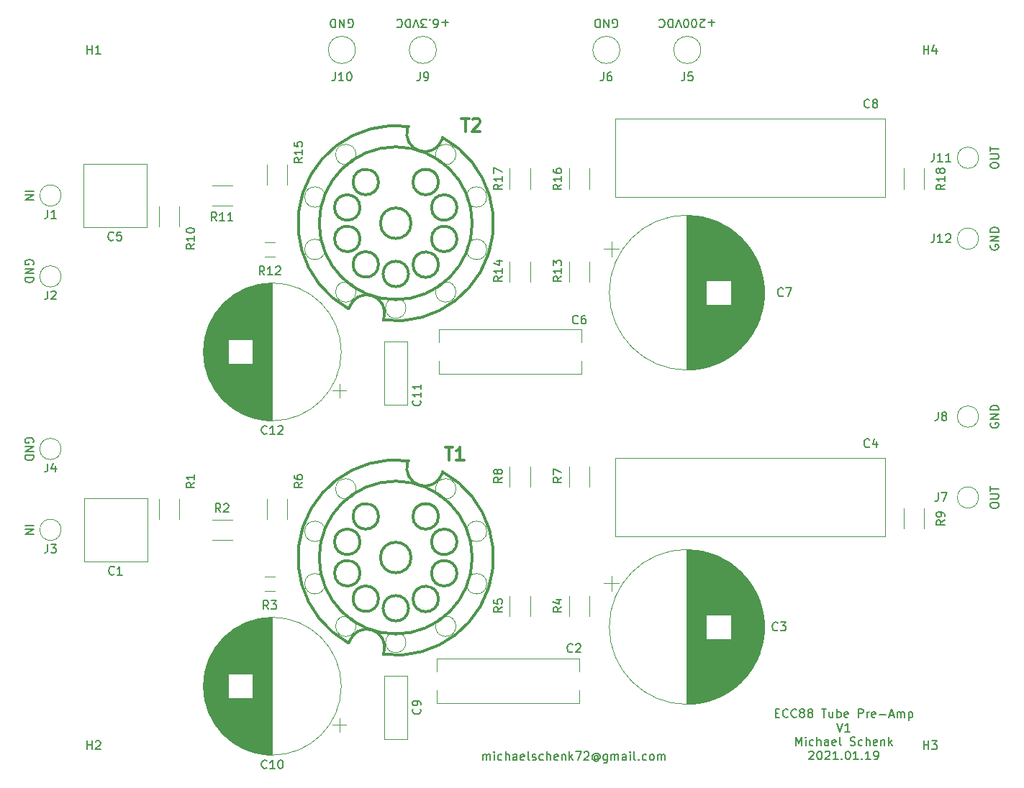
<source format=gbr>
G04 #@! TF.GenerationSoftware,KiCad,Pcbnew,(5.1.9-0-10_14)*
G04 #@! TF.CreationDate,2021-01-19T13:48:43+01:00*
G04 #@! TF.ProjectId,pre-amp-ecc88,7072652d-616d-4702-9d65-636338382e6b,rev?*
G04 #@! TF.SameCoordinates,Original*
G04 #@! TF.FileFunction,Legend,Top*
G04 #@! TF.FilePolarity,Positive*
%FSLAX46Y46*%
G04 Gerber Fmt 4.6, Leading zero omitted, Abs format (unit mm)*
G04 Created by KiCad (PCBNEW (5.1.9-0-10_14)) date 2021-01-19 13:48:43*
%MOMM*%
%LPD*%
G01*
G04 APERTURE LIST*
%ADD10C,0.150000*%
%ADD11C,0.120000*%
%ADD12C,0.378460*%
%ADD13C,0.100000*%
%ADD14C,0.304800*%
G04 APERTURE END LIST*
D10*
X78866904Y-73525000D02*
X78962142Y-73572619D01*
X79105000Y-73572619D01*
X79247857Y-73525000D01*
X79343095Y-73429761D01*
X79390714Y-73334523D01*
X79438333Y-73144047D01*
X79438333Y-73001190D01*
X79390714Y-72810714D01*
X79343095Y-72715476D01*
X79247857Y-72620238D01*
X79105000Y-72572619D01*
X79009761Y-72572619D01*
X78866904Y-72620238D01*
X78819285Y-72667857D01*
X78819285Y-73001190D01*
X79009761Y-73001190D01*
X78390714Y-72572619D02*
X78390714Y-73572619D01*
X77819285Y-72572619D01*
X77819285Y-73572619D01*
X77343095Y-72572619D02*
X77343095Y-73572619D01*
X77105000Y-73572619D01*
X76962142Y-73525000D01*
X76866904Y-73429761D01*
X76819285Y-73334523D01*
X76771666Y-73144047D01*
X76771666Y-73001190D01*
X76819285Y-72810714D01*
X76866904Y-72715476D01*
X76962142Y-72620238D01*
X77105000Y-72572619D01*
X77343095Y-72572619D01*
X109981904Y-73525000D02*
X110077142Y-73572619D01*
X110220000Y-73572619D01*
X110362857Y-73525000D01*
X110458095Y-73429761D01*
X110505714Y-73334523D01*
X110553333Y-73144047D01*
X110553333Y-73001190D01*
X110505714Y-72810714D01*
X110458095Y-72715476D01*
X110362857Y-72620238D01*
X110220000Y-72572619D01*
X110124761Y-72572619D01*
X109981904Y-72620238D01*
X109934285Y-72667857D01*
X109934285Y-73001190D01*
X110124761Y-73001190D01*
X109505714Y-72572619D02*
X109505714Y-73572619D01*
X108934285Y-72572619D01*
X108934285Y-73572619D01*
X108458095Y-72572619D02*
X108458095Y-73572619D01*
X108220000Y-73572619D01*
X108077142Y-73525000D01*
X107981904Y-73429761D01*
X107934285Y-73334523D01*
X107886666Y-73144047D01*
X107886666Y-73001190D01*
X107934285Y-72810714D01*
X107981904Y-72715476D01*
X108077142Y-72620238D01*
X108220000Y-72572619D01*
X108458095Y-72572619D01*
X90630000Y-72953571D02*
X89868095Y-72953571D01*
X90249047Y-72572619D02*
X90249047Y-73334523D01*
X88963333Y-73572619D02*
X89153809Y-73572619D01*
X89249047Y-73525000D01*
X89296666Y-73477380D01*
X89391904Y-73334523D01*
X89439523Y-73144047D01*
X89439523Y-72763095D01*
X89391904Y-72667857D01*
X89344285Y-72620238D01*
X89249047Y-72572619D01*
X89058571Y-72572619D01*
X88963333Y-72620238D01*
X88915714Y-72667857D01*
X88868095Y-72763095D01*
X88868095Y-73001190D01*
X88915714Y-73096428D01*
X88963333Y-73144047D01*
X89058571Y-73191666D01*
X89249047Y-73191666D01*
X89344285Y-73144047D01*
X89391904Y-73096428D01*
X89439523Y-73001190D01*
X88439523Y-72667857D02*
X88391904Y-72620238D01*
X88439523Y-72572619D01*
X88487142Y-72620238D01*
X88439523Y-72667857D01*
X88439523Y-72572619D01*
X88058571Y-73572619D02*
X87439523Y-73572619D01*
X87772857Y-73191666D01*
X87630000Y-73191666D01*
X87534761Y-73144047D01*
X87487142Y-73096428D01*
X87439523Y-73001190D01*
X87439523Y-72763095D01*
X87487142Y-72667857D01*
X87534761Y-72620238D01*
X87630000Y-72572619D01*
X87915714Y-72572619D01*
X88010952Y-72620238D01*
X88058571Y-72667857D01*
X87153809Y-73572619D02*
X86820476Y-72572619D01*
X86487142Y-73572619D01*
X86153809Y-72572619D02*
X86153809Y-73572619D01*
X85915714Y-73572619D01*
X85772857Y-73525000D01*
X85677619Y-73429761D01*
X85630000Y-73334523D01*
X85582380Y-73144047D01*
X85582380Y-73001190D01*
X85630000Y-72810714D01*
X85677619Y-72715476D01*
X85772857Y-72620238D01*
X85915714Y-72572619D01*
X86153809Y-72572619D01*
X84582380Y-72667857D02*
X84630000Y-72620238D01*
X84772857Y-72572619D01*
X84868095Y-72572619D01*
X85010952Y-72620238D01*
X85106190Y-72715476D01*
X85153809Y-72810714D01*
X85201428Y-73001190D01*
X85201428Y-73144047D01*
X85153809Y-73334523D01*
X85106190Y-73429761D01*
X85010952Y-73525000D01*
X84868095Y-73572619D01*
X84772857Y-73572619D01*
X84630000Y-73525000D01*
X84582380Y-73477380D01*
X121983095Y-72953571D02*
X121221190Y-72953571D01*
X121602142Y-72572619D02*
X121602142Y-73334523D01*
X120792619Y-73477380D02*
X120745000Y-73525000D01*
X120649761Y-73572619D01*
X120411666Y-73572619D01*
X120316428Y-73525000D01*
X120268809Y-73477380D01*
X120221190Y-73382142D01*
X120221190Y-73286904D01*
X120268809Y-73144047D01*
X120840238Y-72572619D01*
X120221190Y-72572619D01*
X119602142Y-73572619D02*
X119506904Y-73572619D01*
X119411666Y-73525000D01*
X119364047Y-73477380D01*
X119316428Y-73382142D01*
X119268809Y-73191666D01*
X119268809Y-72953571D01*
X119316428Y-72763095D01*
X119364047Y-72667857D01*
X119411666Y-72620238D01*
X119506904Y-72572619D01*
X119602142Y-72572619D01*
X119697380Y-72620238D01*
X119745000Y-72667857D01*
X119792619Y-72763095D01*
X119840238Y-72953571D01*
X119840238Y-73191666D01*
X119792619Y-73382142D01*
X119745000Y-73477380D01*
X119697380Y-73525000D01*
X119602142Y-73572619D01*
X118649761Y-73572619D02*
X118554523Y-73572619D01*
X118459285Y-73525000D01*
X118411666Y-73477380D01*
X118364047Y-73382142D01*
X118316428Y-73191666D01*
X118316428Y-72953571D01*
X118364047Y-72763095D01*
X118411666Y-72667857D01*
X118459285Y-72620238D01*
X118554523Y-72572619D01*
X118649761Y-72572619D01*
X118745000Y-72620238D01*
X118792619Y-72667857D01*
X118840238Y-72763095D01*
X118887857Y-72953571D01*
X118887857Y-73191666D01*
X118840238Y-73382142D01*
X118792619Y-73477380D01*
X118745000Y-73525000D01*
X118649761Y-73572619D01*
X118030714Y-73572619D02*
X117697380Y-72572619D01*
X117364047Y-73572619D01*
X117030714Y-72572619D02*
X117030714Y-73572619D01*
X116792619Y-73572619D01*
X116649761Y-73525000D01*
X116554523Y-73429761D01*
X116506904Y-73334523D01*
X116459285Y-73144047D01*
X116459285Y-73001190D01*
X116506904Y-72810714D01*
X116554523Y-72715476D01*
X116649761Y-72620238D01*
X116792619Y-72572619D01*
X117030714Y-72572619D01*
X115459285Y-72667857D02*
X115506904Y-72620238D01*
X115649761Y-72572619D01*
X115745000Y-72572619D01*
X115887857Y-72620238D01*
X115983095Y-72715476D01*
X116030714Y-72810714D01*
X116078333Y-73001190D01*
X116078333Y-73144047D01*
X116030714Y-73334523D01*
X115983095Y-73429761D01*
X115887857Y-73525000D01*
X115745000Y-73572619D01*
X115649761Y-73572619D01*
X115506904Y-73525000D01*
X115459285Y-73477380D01*
X154392380Y-89900000D02*
X154392380Y-89709523D01*
X154440000Y-89614285D01*
X154535238Y-89519047D01*
X154725714Y-89471428D01*
X155059047Y-89471428D01*
X155249523Y-89519047D01*
X155344761Y-89614285D01*
X155392380Y-89709523D01*
X155392380Y-89900000D01*
X155344761Y-89995238D01*
X155249523Y-90090476D01*
X155059047Y-90138095D01*
X154725714Y-90138095D01*
X154535238Y-90090476D01*
X154440000Y-89995238D01*
X154392380Y-89900000D01*
X154392380Y-89042857D02*
X155201904Y-89042857D01*
X155297142Y-88995238D01*
X155344761Y-88947619D01*
X155392380Y-88852380D01*
X155392380Y-88661904D01*
X155344761Y-88566666D01*
X155297142Y-88519047D01*
X155201904Y-88471428D01*
X154392380Y-88471428D01*
X154392380Y-88138095D02*
X154392380Y-87566666D01*
X155392380Y-87852380D02*
X154392380Y-87852380D01*
X154392380Y-129905000D02*
X154392380Y-129714523D01*
X154440000Y-129619285D01*
X154535238Y-129524047D01*
X154725714Y-129476428D01*
X155059047Y-129476428D01*
X155249523Y-129524047D01*
X155344761Y-129619285D01*
X155392380Y-129714523D01*
X155392380Y-129905000D01*
X155344761Y-130000238D01*
X155249523Y-130095476D01*
X155059047Y-130143095D01*
X154725714Y-130143095D01*
X154535238Y-130095476D01*
X154440000Y-130000238D01*
X154392380Y-129905000D01*
X154392380Y-129047857D02*
X155201904Y-129047857D01*
X155297142Y-129000238D01*
X155344761Y-128952619D01*
X155392380Y-128857380D01*
X155392380Y-128666904D01*
X155344761Y-128571666D01*
X155297142Y-128524047D01*
X155201904Y-128476428D01*
X154392380Y-128476428D01*
X154392380Y-128143095D02*
X154392380Y-127571666D01*
X155392380Y-127857380D02*
X154392380Y-127857380D01*
X154440000Y-120141904D02*
X154392380Y-120237142D01*
X154392380Y-120380000D01*
X154440000Y-120522857D01*
X154535238Y-120618095D01*
X154630476Y-120665714D01*
X154820952Y-120713333D01*
X154963809Y-120713333D01*
X155154285Y-120665714D01*
X155249523Y-120618095D01*
X155344761Y-120522857D01*
X155392380Y-120380000D01*
X155392380Y-120284761D01*
X155344761Y-120141904D01*
X155297142Y-120094285D01*
X154963809Y-120094285D01*
X154963809Y-120284761D01*
X155392380Y-119665714D02*
X154392380Y-119665714D01*
X155392380Y-119094285D01*
X154392380Y-119094285D01*
X155392380Y-118618095D02*
X154392380Y-118618095D01*
X154392380Y-118380000D01*
X154440000Y-118237142D01*
X154535238Y-118141904D01*
X154630476Y-118094285D01*
X154820952Y-118046666D01*
X154963809Y-118046666D01*
X155154285Y-118094285D01*
X155249523Y-118141904D01*
X155344761Y-118237142D01*
X155392380Y-118380000D01*
X155392380Y-118618095D01*
X154440000Y-99186904D02*
X154392380Y-99282142D01*
X154392380Y-99425000D01*
X154440000Y-99567857D01*
X154535238Y-99663095D01*
X154630476Y-99710714D01*
X154820952Y-99758333D01*
X154963809Y-99758333D01*
X155154285Y-99710714D01*
X155249523Y-99663095D01*
X155344761Y-99567857D01*
X155392380Y-99425000D01*
X155392380Y-99329761D01*
X155344761Y-99186904D01*
X155297142Y-99139285D01*
X154963809Y-99139285D01*
X154963809Y-99329761D01*
X155392380Y-98710714D02*
X154392380Y-98710714D01*
X155392380Y-98139285D01*
X154392380Y-98139285D01*
X155392380Y-97663095D02*
X154392380Y-97663095D01*
X154392380Y-97425000D01*
X154440000Y-97282142D01*
X154535238Y-97186904D01*
X154630476Y-97139285D01*
X154820952Y-97091666D01*
X154963809Y-97091666D01*
X155154285Y-97139285D01*
X155249523Y-97186904D01*
X155344761Y-97282142D01*
X155392380Y-97425000D01*
X155392380Y-97663095D01*
X41775000Y-101473095D02*
X41822619Y-101377857D01*
X41822619Y-101235000D01*
X41775000Y-101092142D01*
X41679761Y-100996904D01*
X41584523Y-100949285D01*
X41394047Y-100901666D01*
X41251190Y-100901666D01*
X41060714Y-100949285D01*
X40965476Y-100996904D01*
X40870238Y-101092142D01*
X40822619Y-101235000D01*
X40822619Y-101330238D01*
X40870238Y-101473095D01*
X40917857Y-101520714D01*
X41251190Y-101520714D01*
X41251190Y-101330238D01*
X40822619Y-101949285D02*
X41822619Y-101949285D01*
X40822619Y-102520714D01*
X41822619Y-102520714D01*
X40822619Y-102996904D02*
X41822619Y-102996904D01*
X41822619Y-103235000D01*
X41775000Y-103377857D01*
X41679761Y-103473095D01*
X41584523Y-103520714D01*
X41394047Y-103568333D01*
X41251190Y-103568333D01*
X41060714Y-103520714D01*
X40965476Y-103473095D01*
X40870238Y-103377857D01*
X40822619Y-103235000D01*
X40822619Y-102996904D01*
X41775000Y-122428095D02*
X41822619Y-122332857D01*
X41822619Y-122190000D01*
X41775000Y-122047142D01*
X41679761Y-121951904D01*
X41584523Y-121904285D01*
X41394047Y-121856666D01*
X41251190Y-121856666D01*
X41060714Y-121904285D01*
X40965476Y-121951904D01*
X40870238Y-122047142D01*
X40822619Y-122190000D01*
X40822619Y-122285238D01*
X40870238Y-122428095D01*
X40917857Y-122475714D01*
X41251190Y-122475714D01*
X41251190Y-122285238D01*
X40822619Y-122904285D02*
X41822619Y-122904285D01*
X40822619Y-123475714D01*
X41822619Y-123475714D01*
X40822619Y-123951904D02*
X41822619Y-123951904D01*
X41822619Y-124190000D01*
X41775000Y-124332857D01*
X41679761Y-124428095D01*
X41584523Y-124475714D01*
X41394047Y-124523333D01*
X41251190Y-124523333D01*
X41060714Y-124475714D01*
X40965476Y-124428095D01*
X40870238Y-124332857D01*
X40822619Y-124190000D01*
X40822619Y-123951904D01*
X40822619Y-132191190D02*
X41822619Y-132191190D01*
X40822619Y-132667380D02*
X41822619Y-132667380D01*
X40822619Y-133238809D01*
X41822619Y-133238809D01*
X40822619Y-92821190D02*
X41822619Y-92821190D01*
X40822619Y-93297380D02*
X41822619Y-93297380D01*
X40822619Y-93868809D01*
X41822619Y-93868809D01*
X129112380Y-154298571D02*
X129445714Y-154298571D01*
X129588571Y-154822380D02*
X129112380Y-154822380D01*
X129112380Y-153822380D01*
X129588571Y-153822380D01*
X130588571Y-154727142D02*
X130540952Y-154774761D01*
X130398095Y-154822380D01*
X130302857Y-154822380D01*
X130160000Y-154774761D01*
X130064761Y-154679523D01*
X130017142Y-154584285D01*
X129969523Y-154393809D01*
X129969523Y-154250952D01*
X130017142Y-154060476D01*
X130064761Y-153965238D01*
X130160000Y-153870000D01*
X130302857Y-153822380D01*
X130398095Y-153822380D01*
X130540952Y-153870000D01*
X130588571Y-153917619D01*
X131588571Y-154727142D02*
X131540952Y-154774761D01*
X131398095Y-154822380D01*
X131302857Y-154822380D01*
X131160000Y-154774761D01*
X131064761Y-154679523D01*
X131017142Y-154584285D01*
X130969523Y-154393809D01*
X130969523Y-154250952D01*
X131017142Y-154060476D01*
X131064761Y-153965238D01*
X131160000Y-153870000D01*
X131302857Y-153822380D01*
X131398095Y-153822380D01*
X131540952Y-153870000D01*
X131588571Y-153917619D01*
X132160000Y-154250952D02*
X132064761Y-154203333D01*
X132017142Y-154155714D01*
X131969523Y-154060476D01*
X131969523Y-154012857D01*
X132017142Y-153917619D01*
X132064761Y-153870000D01*
X132160000Y-153822380D01*
X132350476Y-153822380D01*
X132445714Y-153870000D01*
X132493333Y-153917619D01*
X132540952Y-154012857D01*
X132540952Y-154060476D01*
X132493333Y-154155714D01*
X132445714Y-154203333D01*
X132350476Y-154250952D01*
X132160000Y-154250952D01*
X132064761Y-154298571D01*
X132017142Y-154346190D01*
X131969523Y-154441428D01*
X131969523Y-154631904D01*
X132017142Y-154727142D01*
X132064761Y-154774761D01*
X132160000Y-154822380D01*
X132350476Y-154822380D01*
X132445714Y-154774761D01*
X132493333Y-154727142D01*
X132540952Y-154631904D01*
X132540952Y-154441428D01*
X132493333Y-154346190D01*
X132445714Y-154298571D01*
X132350476Y-154250952D01*
X133112380Y-154250952D02*
X133017142Y-154203333D01*
X132969523Y-154155714D01*
X132921904Y-154060476D01*
X132921904Y-154012857D01*
X132969523Y-153917619D01*
X133017142Y-153870000D01*
X133112380Y-153822380D01*
X133302857Y-153822380D01*
X133398095Y-153870000D01*
X133445714Y-153917619D01*
X133493333Y-154012857D01*
X133493333Y-154060476D01*
X133445714Y-154155714D01*
X133398095Y-154203333D01*
X133302857Y-154250952D01*
X133112380Y-154250952D01*
X133017142Y-154298571D01*
X132969523Y-154346190D01*
X132921904Y-154441428D01*
X132921904Y-154631904D01*
X132969523Y-154727142D01*
X133017142Y-154774761D01*
X133112380Y-154822380D01*
X133302857Y-154822380D01*
X133398095Y-154774761D01*
X133445714Y-154727142D01*
X133493333Y-154631904D01*
X133493333Y-154441428D01*
X133445714Y-154346190D01*
X133398095Y-154298571D01*
X133302857Y-154250952D01*
X134540952Y-153822380D02*
X135112380Y-153822380D01*
X134826666Y-154822380D02*
X134826666Y-153822380D01*
X135874285Y-154155714D02*
X135874285Y-154822380D01*
X135445714Y-154155714D02*
X135445714Y-154679523D01*
X135493333Y-154774761D01*
X135588571Y-154822380D01*
X135731428Y-154822380D01*
X135826666Y-154774761D01*
X135874285Y-154727142D01*
X136350476Y-154822380D02*
X136350476Y-153822380D01*
X136350476Y-154203333D02*
X136445714Y-154155714D01*
X136636190Y-154155714D01*
X136731428Y-154203333D01*
X136779047Y-154250952D01*
X136826666Y-154346190D01*
X136826666Y-154631904D01*
X136779047Y-154727142D01*
X136731428Y-154774761D01*
X136636190Y-154822380D01*
X136445714Y-154822380D01*
X136350476Y-154774761D01*
X137636190Y-154774761D02*
X137540952Y-154822380D01*
X137350476Y-154822380D01*
X137255238Y-154774761D01*
X137207619Y-154679523D01*
X137207619Y-154298571D01*
X137255238Y-154203333D01*
X137350476Y-154155714D01*
X137540952Y-154155714D01*
X137636190Y-154203333D01*
X137683809Y-154298571D01*
X137683809Y-154393809D01*
X137207619Y-154489047D01*
X138874285Y-154822380D02*
X138874285Y-153822380D01*
X139255238Y-153822380D01*
X139350476Y-153870000D01*
X139398095Y-153917619D01*
X139445714Y-154012857D01*
X139445714Y-154155714D01*
X139398095Y-154250952D01*
X139350476Y-154298571D01*
X139255238Y-154346190D01*
X138874285Y-154346190D01*
X139874285Y-154822380D02*
X139874285Y-154155714D01*
X139874285Y-154346190D02*
X139921904Y-154250952D01*
X139969523Y-154203333D01*
X140064761Y-154155714D01*
X140160000Y-154155714D01*
X140874285Y-154774761D02*
X140779047Y-154822380D01*
X140588571Y-154822380D01*
X140493333Y-154774761D01*
X140445714Y-154679523D01*
X140445714Y-154298571D01*
X140493333Y-154203333D01*
X140588571Y-154155714D01*
X140779047Y-154155714D01*
X140874285Y-154203333D01*
X140921904Y-154298571D01*
X140921904Y-154393809D01*
X140445714Y-154489047D01*
X141350476Y-154441428D02*
X142112380Y-154441428D01*
X142540952Y-154536666D02*
X143017142Y-154536666D01*
X142445714Y-154822380D02*
X142779047Y-153822380D01*
X143112380Y-154822380D01*
X143445714Y-154822380D02*
X143445714Y-154155714D01*
X143445714Y-154250952D02*
X143493333Y-154203333D01*
X143588571Y-154155714D01*
X143731428Y-154155714D01*
X143826666Y-154203333D01*
X143874285Y-154298571D01*
X143874285Y-154822380D01*
X143874285Y-154298571D02*
X143921904Y-154203333D01*
X144017142Y-154155714D01*
X144160000Y-154155714D01*
X144255238Y-154203333D01*
X144302857Y-154298571D01*
X144302857Y-154822380D01*
X144779047Y-154155714D02*
X144779047Y-155155714D01*
X144779047Y-154203333D02*
X144874285Y-154155714D01*
X145064761Y-154155714D01*
X145160000Y-154203333D01*
X145207619Y-154250952D01*
X145255238Y-154346190D01*
X145255238Y-154631904D01*
X145207619Y-154727142D01*
X145160000Y-154774761D01*
X145064761Y-154822380D01*
X144874285Y-154822380D01*
X144779047Y-154774761D01*
X136350476Y-155472380D02*
X136683809Y-156472380D01*
X137017142Y-155472380D01*
X137874285Y-156472380D02*
X137302857Y-156472380D01*
X137588571Y-156472380D02*
X137588571Y-155472380D01*
X137493333Y-155615238D01*
X137398095Y-155710476D01*
X137302857Y-155758095D01*
X131540952Y-158122380D02*
X131540952Y-157122380D01*
X131874285Y-157836666D01*
X132207619Y-157122380D01*
X132207619Y-158122380D01*
X132683809Y-158122380D02*
X132683809Y-157455714D01*
X132683809Y-157122380D02*
X132636190Y-157170000D01*
X132683809Y-157217619D01*
X132731428Y-157170000D01*
X132683809Y-157122380D01*
X132683809Y-157217619D01*
X133588571Y-158074761D02*
X133493333Y-158122380D01*
X133302857Y-158122380D01*
X133207619Y-158074761D01*
X133160000Y-158027142D01*
X133112380Y-157931904D01*
X133112380Y-157646190D01*
X133160000Y-157550952D01*
X133207619Y-157503333D01*
X133302857Y-157455714D01*
X133493333Y-157455714D01*
X133588571Y-157503333D01*
X134017142Y-158122380D02*
X134017142Y-157122380D01*
X134445714Y-158122380D02*
X134445714Y-157598571D01*
X134398095Y-157503333D01*
X134302857Y-157455714D01*
X134160000Y-157455714D01*
X134064761Y-157503333D01*
X134017142Y-157550952D01*
X135350476Y-158122380D02*
X135350476Y-157598571D01*
X135302857Y-157503333D01*
X135207619Y-157455714D01*
X135017142Y-157455714D01*
X134921904Y-157503333D01*
X135350476Y-158074761D02*
X135255238Y-158122380D01*
X135017142Y-158122380D01*
X134921904Y-158074761D01*
X134874285Y-157979523D01*
X134874285Y-157884285D01*
X134921904Y-157789047D01*
X135017142Y-157741428D01*
X135255238Y-157741428D01*
X135350476Y-157693809D01*
X136207619Y-158074761D02*
X136112380Y-158122380D01*
X135921904Y-158122380D01*
X135826666Y-158074761D01*
X135779047Y-157979523D01*
X135779047Y-157598571D01*
X135826666Y-157503333D01*
X135921904Y-157455714D01*
X136112380Y-157455714D01*
X136207619Y-157503333D01*
X136255238Y-157598571D01*
X136255238Y-157693809D01*
X135779047Y-157789047D01*
X136826666Y-158122380D02*
X136731428Y-158074761D01*
X136683809Y-157979523D01*
X136683809Y-157122380D01*
X137921904Y-158074761D02*
X138064761Y-158122380D01*
X138302857Y-158122380D01*
X138398095Y-158074761D01*
X138445714Y-158027142D01*
X138493333Y-157931904D01*
X138493333Y-157836666D01*
X138445714Y-157741428D01*
X138398095Y-157693809D01*
X138302857Y-157646190D01*
X138112380Y-157598571D01*
X138017142Y-157550952D01*
X137969523Y-157503333D01*
X137921904Y-157408095D01*
X137921904Y-157312857D01*
X137969523Y-157217619D01*
X138017142Y-157170000D01*
X138112380Y-157122380D01*
X138350476Y-157122380D01*
X138493333Y-157170000D01*
X139350476Y-158074761D02*
X139255238Y-158122380D01*
X139064761Y-158122380D01*
X138969523Y-158074761D01*
X138921904Y-158027142D01*
X138874285Y-157931904D01*
X138874285Y-157646190D01*
X138921904Y-157550952D01*
X138969523Y-157503333D01*
X139064761Y-157455714D01*
X139255238Y-157455714D01*
X139350476Y-157503333D01*
X139779047Y-158122380D02*
X139779047Y-157122380D01*
X140207619Y-158122380D02*
X140207619Y-157598571D01*
X140160000Y-157503333D01*
X140064761Y-157455714D01*
X139921904Y-157455714D01*
X139826666Y-157503333D01*
X139779047Y-157550952D01*
X141064761Y-158074761D02*
X140969523Y-158122380D01*
X140779047Y-158122380D01*
X140683809Y-158074761D01*
X140636190Y-157979523D01*
X140636190Y-157598571D01*
X140683809Y-157503333D01*
X140779047Y-157455714D01*
X140969523Y-157455714D01*
X141064761Y-157503333D01*
X141112380Y-157598571D01*
X141112380Y-157693809D01*
X140636190Y-157789047D01*
X141540952Y-157455714D02*
X141540952Y-158122380D01*
X141540952Y-157550952D02*
X141588571Y-157503333D01*
X141683809Y-157455714D01*
X141826666Y-157455714D01*
X141921904Y-157503333D01*
X141969523Y-157598571D01*
X141969523Y-158122380D01*
X142445714Y-158122380D02*
X142445714Y-157122380D01*
X142540952Y-157741428D02*
X142826666Y-158122380D01*
X142826666Y-157455714D02*
X142445714Y-157836666D01*
X133064761Y-158867619D02*
X133112380Y-158820000D01*
X133207619Y-158772380D01*
X133445714Y-158772380D01*
X133540952Y-158820000D01*
X133588571Y-158867619D01*
X133636190Y-158962857D01*
X133636190Y-159058095D01*
X133588571Y-159200952D01*
X133017142Y-159772380D01*
X133636190Y-159772380D01*
X134255238Y-158772380D02*
X134350476Y-158772380D01*
X134445714Y-158820000D01*
X134493333Y-158867619D01*
X134540952Y-158962857D01*
X134588571Y-159153333D01*
X134588571Y-159391428D01*
X134540952Y-159581904D01*
X134493333Y-159677142D01*
X134445714Y-159724761D01*
X134350476Y-159772380D01*
X134255238Y-159772380D01*
X134160000Y-159724761D01*
X134112380Y-159677142D01*
X134064761Y-159581904D01*
X134017142Y-159391428D01*
X134017142Y-159153333D01*
X134064761Y-158962857D01*
X134112380Y-158867619D01*
X134160000Y-158820000D01*
X134255238Y-158772380D01*
X134969523Y-158867619D02*
X135017142Y-158820000D01*
X135112380Y-158772380D01*
X135350476Y-158772380D01*
X135445714Y-158820000D01*
X135493333Y-158867619D01*
X135540952Y-158962857D01*
X135540952Y-159058095D01*
X135493333Y-159200952D01*
X134921904Y-159772380D01*
X135540952Y-159772380D01*
X136493333Y-159772380D02*
X135921904Y-159772380D01*
X136207619Y-159772380D02*
X136207619Y-158772380D01*
X136112380Y-158915238D01*
X136017142Y-159010476D01*
X135921904Y-159058095D01*
X136921904Y-159677142D02*
X136969523Y-159724761D01*
X136921904Y-159772380D01*
X136874285Y-159724761D01*
X136921904Y-159677142D01*
X136921904Y-159772380D01*
X137588571Y-158772380D02*
X137683809Y-158772380D01*
X137779047Y-158820000D01*
X137826666Y-158867619D01*
X137874285Y-158962857D01*
X137921904Y-159153333D01*
X137921904Y-159391428D01*
X137874285Y-159581904D01*
X137826666Y-159677142D01*
X137779047Y-159724761D01*
X137683809Y-159772380D01*
X137588571Y-159772380D01*
X137493333Y-159724761D01*
X137445714Y-159677142D01*
X137398095Y-159581904D01*
X137350476Y-159391428D01*
X137350476Y-159153333D01*
X137398095Y-158962857D01*
X137445714Y-158867619D01*
X137493333Y-158820000D01*
X137588571Y-158772380D01*
X138874285Y-159772380D02*
X138302857Y-159772380D01*
X138588571Y-159772380D02*
X138588571Y-158772380D01*
X138493333Y-158915238D01*
X138398095Y-159010476D01*
X138302857Y-159058095D01*
X139302857Y-159677142D02*
X139350476Y-159724761D01*
X139302857Y-159772380D01*
X139255238Y-159724761D01*
X139302857Y-159677142D01*
X139302857Y-159772380D01*
X140302857Y-159772380D02*
X139731428Y-159772380D01*
X140017142Y-159772380D02*
X140017142Y-158772380D01*
X139921904Y-158915238D01*
X139826666Y-159010476D01*
X139731428Y-159058095D01*
X140779047Y-159772380D02*
X140969523Y-159772380D01*
X141064761Y-159724761D01*
X141112380Y-159677142D01*
X141207619Y-159534285D01*
X141255238Y-159343809D01*
X141255238Y-158962857D01*
X141207619Y-158867619D01*
X141160000Y-158820000D01*
X141064761Y-158772380D01*
X140874285Y-158772380D01*
X140779047Y-158820000D01*
X140731428Y-158867619D01*
X140683809Y-158962857D01*
X140683809Y-159200952D01*
X140731428Y-159296190D01*
X140779047Y-159343809D01*
X140874285Y-159391428D01*
X141064761Y-159391428D01*
X141160000Y-159343809D01*
X141207619Y-159296190D01*
X141255238Y-159200952D01*
X94695714Y-159837380D02*
X94695714Y-159170714D01*
X94695714Y-159265952D02*
X94743333Y-159218333D01*
X94838571Y-159170714D01*
X94981428Y-159170714D01*
X95076666Y-159218333D01*
X95124285Y-159313571D01*
X95124285Y-159837380D01*
X95124285Y-159313571D02*
X95171904Y-159218333D01*
X95267142Y-159170714D01*
X95410000Y-159170714D01*
X95505238Y-159218333D01*
X95552857Y-159313571D01*
X95552857Y-159837380D01*
X96029047Y-159837380D02*
X96029047Y-159170714D01*
X96029047Y-158837380D02*
X95981428Y-158885000D01*
X96029047Y-158932619D01*
X96076666Y-158885000D01*
X96029047Y-158837380D01*
X96029047Y-158932619D01*
X96933809Y-159789761D02*
X96838571Y-159837380D01*
X96648095Y-159837380D01*
X96552857Y-159789761D01*
X96505238Y-159742142D01*
X96457619Y-159646904D01*
X96457619Y-159361190D01*
X96505238Y-159265952D01*
X96552857Y-159218333D01*
X96648095Y-159170714D01*
X96838571Y-159170714D01*
X96933809Y-159218333D01*
X97362380Y-159837380D02*
X97362380Y-158837380D01*
X97790952Y-159837380D02*
X97790952Y-159313571D01*
X97743333Y-159218333D01*
X97648095Y-159170714D01*
X97505238Y-159170714D01*
X97410000Y-159218333D01*
X97362380Y-159265952D01*
X98695714Y-159837380D02*
X98695714Y-159313571D01*
X98648095Y-159218333D01*
X98552857Y-159170714D01*
X98362380Y-159170714D01*
X98267142Y-159218333D01*
X98695714Y-159789761D02*
X98600476Y-159837380D01*
X98362380Y-159837380D01*
X98267142Y-159789761D01*
X98219523Y-159694523D01*
X98219523Y-159599285D01*
X98267142Y-159504047D01*
X98362380Y-159456428D01*
X98600476Y-159456428D01*
X98695714Y-159408809D01*
X99552857Y-159789761D02*
X99457619Y-159837380D01*
X99267142Y-159837380D01*
X99171904Y-159789761D01*
X99124285Y-159694523D01*
X99124285Y-159313571D01*
X99171904Y-159218333D01*
X99267142Y-159170714D01*
X99457619Y-159170714D01*
X99552857Y-159218333D01*
X99600476Y-159313571D01*
X99600476Y-159408809D01*
X99124285Y-159504047D01*
X100171904Y-159837380D02*
X100076666Y-159789761D01*
X100029047Y-159694523D01*
X100029047Y-158837380D01*
X100505238Y-159789761D02*
X100600476Y-159837380D01*
X100790952Y-159837380D01*
X100886190Y-159789761D01*
X100933809Y-159694523D01*
X100933809Y-159646904D01*
X100886190Y-159551666D01*
X100790952Y-159504047D01*
X100648095Y-159504047D01*
X100552857Y-159456428D01*
X100505238Y-159361190D01*
X100505238Y-159313571D01*
X100552857Y-159218333D01*
X100648095Y-159170714D01*
X100790952Y-159170714D01*
X100886190Y-159218333D01*
X101790952Y-159789761D02*
X101695714Y-159837380D01*
X101505238Y-159837380D01*
X101410000Y-159789761D01*
X101362380Y-159742142D01*
X101314761Y-159646904D01*
X101314761Y-159361190D01*
X101362380Y-159265952D01*
X101410000Y-159218333D01*
X101505238Y-159170714D01*
X101695714Y-159170714D01*
X101790952Y-159218333D01*
X102219523Y-159837380D02*
X102219523Y-158837380D01*
X102648095Y-159837380D02*
X102648095Y-159313571D01*
X102600476Y-159218333D01*
X102505238Y-159170714D01*
X102362380Y-159170714D01*
X102267142Y-159218333D01*
X102219523Y-159265952D01*
X103505238Y-159789761D02*
X103410000Y-159837380D01*
X103219523Y-159837380D01*
X103124285Y-159789761D01*
X103076666Y-159694523D01*
X103076666Y-159313571D01*
X103124285Y-159218333D01*
X103219523Y-159170714D01*
X103410000Y-159170714D01*
X103505238Y-159218333D01*
X103552857Y-159313571D01*
X103552857Y-159408809D01*
X103076666Y-159504047D01*
X103981428Y-159170714D02*
X103981428Y-159837380D01*
X103981428Y-159265952D02*
X104029047Y-159218333D01*
X104124285Y-159170714D01*
X104267142Y-159170714D01*
X104362380Y-159218333D01*
X104410000Y-159313571D01*
X104410000Y-159837380D01*
X104886190Y-159837380D02*
X104886190Y-158837380D01*
X104981428Y-159456428D02*
X105267142Y-159837380D01*
X105267142Y-159170714D02*
X104886190Y-159551666D01*
X105600476Y-158837380D02*
X106267142Y-158837380D01*
X105838571Y-159837380D01*
X106600476Y-158932619D02*
X106648095Y-158885000D01*
X106743333Y-158837380D01*
X106981428Y-158837380D01*
X107076666Y-158885000D01*
X107124285Y-158932619D01*
X107171904Y-159027857D01*
X107171904Y-159123095D01*
X107124285Y-159265952D01*
X106552857Y-159837380D01*
X107171904Y-159837380D01*
X108219523Y-159361190D02*
X108171904Y-159313571D01*
X108076666Y-159265952D01*
X107981428Y-159265952D01*
X107886190Y-159313571D01*
X107838571Y-159361190D01*
X107790952Y-159456428D01*
X107790952Y-159551666D01*
X107838571Y-159646904D01*
X107886190Y-159694523D01*
X107981428Y-159742142D01*
X108076666Y-159742142D01*
X108171904Y-159694523D01*
X108219523Y-159646904D01*
X108219523Y-159265952D02*
X108219523Y-159646904D01*
X108267142Y-159694523D01*
X108314761Y-159694523D01*
X108410000Y-159646904D01*
X108457619Y-159551666D01*
X108457619Y-159313571D01*
X108362380Y-159170714D01*
X108219523Y-159075476D01*
X108029047Y-159027857D01*
X107838571Y-159075476D01*
X107695714Y-159170714D01*
X107600476Y-159313571D01*
X107552857Y-159504047D01*
X107600476Y-159694523D01*
X107695714Y-159837380D01*
X107838571Y-159932619D01*
X108029047Y-159980238D01*
X108219523Y-159932619D01*
X108362380Y-159837380D01*
X109314761Y-159170714D02*
X109314761Y-159980238D01*
X109267142Y-160075476D01*
X109219523Y-160123095D01*
X109124285Y-160170714D01*
X108981428Y-160170714D01*
X108886190Y-160123095D01*
X109314761Y-159789761D02*
X109219523Y-159837380D01*
X109029047Y-159837380D01*
X108933809Y-159789761D01*
X108886190Y-159742142D01*
X108838571Y-159646904D01*
X108838571Y-159361190D01*
X108886190Y-159265952D01*
X108933809Y-159218333D01*
X109029047Y-159170714D01*
X109219523Y-159170714D01*
X109314761Y-159218333D01*
X109790952Y-159837380D02*
X109790952Y-159170714D01*
X109790952Y-159265952D02*
X109838571Y-159218333D01*
X109933809Y-159170714D01*
X110076666Y-159170714D01*
X110171904Y-159218333D01*
X110219523Y-159313571D01*
X110219523Y-159837380D01*
X110219523Y-159313571D02*
X110267142Y-159218333D01*
X110362380Y-159170714D01*
X110505238Y-159170714D01*
X110600476Y-159218333D01*
X110648095Y-159313571D01*
X110648095Y-159837380D01*
X111552857Y-159837380D02*
X111552857Y-159313571D01*
X111505238Y-159218333D01*
X111410000Y-159170714D01*
X111219523Y-159170714D01*
X111124285Y-159218333D01*
X111552857Y-159789761D02*
X111457619Y-159837380D01*
X111219523Y-159837380D01*
X111124285Y-159789761D01*
X111076666Y-159694523D01*
X111076666Y-159599285D01*
X111124285Y-159504047D01*
X111219523Y-159456428D01*
X111457619Y-159456428D01*
X111552857Y-159408809D01*
X112029047Y-159837380D02*
X112029047Y-159170714D01*
X112029047Y-158837380D02*
X111981428Y-158885000D01*
X112029047Y-158932619D01*
X112076666Y-158885000D01*
X112029047Y-158837380D01*
X112029047Y-158932619D01*
X112648095Y-159837380D02*
X112552857Y-159789761D01*
X112505238Y-159694523D01*
X112505238Y-158837380D01*
X113029047Y-159742142D02*
X113076666Y-159789761D01*
X113029047Y-159837380D01*
X112981428Y-159789761D01*
X113029047Y-159742142D01*
X113029047Y-159837380D01*
X113933809Y-159789761D02*
X113838571Y-159837380D01*
X113648095Y-159837380D01*
X113552857Y-159789761D01*
X113505238Y-159742142D01*
X113457619Y-159646904D01*
X113457619Y-159361190D01*
X113505238Y-159265952D01*
X113552857Y-159218333D01*
X113648095Y-159170714D01*
X113838571Y-159170714D01*
X113933809Y-159218333D01*
X114505238Y-159837380D02*
X114410000Y-159789761D01*
X114362380Y-159742142D01*
X114314761Y-159646904D01*
X114314761Y-159361190D01*
X114362380Y-159265952D01*
X114410000Y-159218333D01*
X114505238Y-159170714D01*
X114648095Y-159170714D01*
X114743333Y-159218333D01*
X114790952Y-159265952D01*
X114838571Y-159361190D01*
X114838571Y-159646904D01*
X114790952Y-159742142D01*
X114743333Y-159789761D01*
X114648095Y-159837380D01*
X114505238Y-159837380D01*
X115267142Y-159837380D02*
X115267142Y-159170714D01*
X115267142Y-159265952D02*
X115314761Y-159218333D01*
X115410000Y-159170714D01*
X115552857Y-159170714D01*
X115648095Y-159218333D01*
X115695714Y-159313571D01*
X115695714Y-159837380D01*
X115695714Y-159313571D02*
X115743333Y-159218333D01*
X115838571Y-159170714D01*
X115981428Y-159170714D01*
X116076666Y-159218333D01*
X116124285Y-159313571D01*
X116124285Y-159837380D01*
D11*
X78030000Y-111760000D02*
G75*
G03*
X78030000Y-111760000I-8120000J0D01*
G01*
X69910000Y-119841000D02*
X69910000Y-103679000D01*
X69870000Y-119840000D02*
X69870000Y-103680000D01*
X69830000Y-119840000D02*
X69830000Y-103680000D01*
X69790000Y-119840000D02*
X69790000Y-103680000D01*
X69750000Y-119839000D02*
X69750000Y-103681000D01*
X69710000Y-119838000D02*
X69710000Y-103682000D01*
X69670000Y-119837000D02*
X69670000Y-103683000D01*
X69630000Y-119836000D02*
X69630000Y-103684000D01*
X69590000Y-119834000D02*
X69590000Y-103686000D01*
X69550000Y-119833000D02*
X69550000Y-103687000D01*
X69510000Y-119831000D02*
X69510000Y-103689000D01*
X69470000Y-119829000D02*
X69470000Y-103691000D01*
X69430000Y-119826000D02*
X69430000Y-103694000D01*
X69390000Y-119824000D02*
X69390000Y-103696000D01*
X69350000Y-119821000D02*
X69350000Y-103699000D01*
X69310000Y-119818000D02*
X69310000Y-103702000D01*
X69270000Y-119815000D02*
X69270000Y-103705000D01*
X69230000Y-119812000D02*
X69230000Y-103708000D01*
X69189000Y-119809000D02*
X69189000Y-103711000D01*
X69149000Y-119805000D02*
X69149000Y-103715000D01*
X69109000Y-119801000D02*
X69109000Y-103719000D01*
X69069000Y-119797000D02*
X69069000Y-103723000D01*
X69029000Y-119793000D02*
X69029000Y-103727000D01*
X68989000Y-119788000D02*
X68989000Y-103732000D01*
X68949000Y-119784000D02*
X68949000Y-103736000D01*
X68909000Y-119779000D02*
X68909000Y-103741000D01*
X68869000Y-119774000D02*
X68869000Y-103746000D01*
X68829000Y-119768000D02*
X68829000Y-103752000D01*
X68789000Y-119763000D02*
X68789000Y-103757000D01*
X68749000Y-119757000D02*
X68749000Y-103763000D01*
X68709000Y-119751000D02*
X68709000Y-103769000D01*
X68669000Y-119745000D02*
X68669000Y-103775000D01*
X68629000Y-119739000D02*
X68629000Y-103781000D01*
X68589000Y-119732000D02*
X68589000Y-103788000D01*
X68549000Y-119726000D02*
X68549000Y-103794000D01*
X68509000Y-119719000D02*
X68509000Y-103801000D01*
X68469000Y-119712000D02*
X68469000Y-103808000D01*
X68429000Y-119704000D02*
X68429000Y-103816000D01*
X68389000Y-119697000D02*
X68389000Y-103823000D01*
X68349000Y-119689000D02*
X68349000Y-103831000D01*
X68309000Y-119681000D02*
X68309000Y-103839000D01*
X68269000Y-119673000D02*
X68269000Y-103847000D01*
X68229000Y-119665000D02*
X68229000Y-103855000D01*
X68189000Y-119656000D02*
X68189000Y-103864000D01*
X68149000Y-119647000D02*
X68149000Y-103873000D01*
X68109000Y-119638000D02*
X68109000Y-103882000D01*
X68069000Y-119629000D02*
X68069000Y-103891000D01*
X68029000Y-119620000D02*
X68029000Y-103900000D01*
X67989000Y-119610000D02*
X67989000Y-103910000D01*
X67949000Y-119600000D02*
X67949000Y-103920000D01*
X67909000Y-119590000D02*
X67909000Y-103930000D01*
X67869000Y-119580000D02*
X67869000Y-103940000D01*
X67829000Y-119570000D02*
X67829000Y-103950000D01*
X67789000Y-119559000D02*
X67789000Y-103961000D01*
X67749000Y-119548000D02*
X67749000Y-103972000D01*
X67709000Y-119537000D02*
X67709000Y-103983000D01*
X67669000Y-119525000D02*
X67669000Y-103995000D01*
X67629000Y-119514000D02*
X67629000Y-104006000D01*
X67589000Y-119502000D02*
X67589000Y-113200000D01*
X67589000Y-110320000D02*
X67589000Y-104018000D01*
X67549000Y-119490000D02*
X67549000Y-113200000D01*
X67549000Y-110320000D02*
X67549000Y-104030000D01*
X67509000Y-119478000D02*
X67509000Y-113200000D01*
X67509000Y-110320000D02*
X67509000Y-104042000D01*
X67469000Y-119465000D02*
X67469000Y-113200000D01*
X67469000Y-110320000D02*
X67469000Y-104055000D01*
X67429000Y-119453000D02*
X67429000Y-113200000D01*
X67429000Y-110320000D02*
X67429000Y-104067000D01*
X67389000Y-119440000D02*
X67389000Y-113200000D01*
X67389000Y-110320000D02*
X67389000Y-104080000D01*
X67349000Y-119426000D02*
X67349000Y-113200000D01*
X67349000Y-110320000D02*
X67349000Y-104094000D01*
X67309000Y-119413000D02*
X67309000Y-113200000D01*
X67309000Y-110320000D02*
X67309000Y-104107000D01*
X67269000Y-119399000D02*
X67269000Y-113200000D01*
X67269000Y-110320000D02*
X67269000Y-104121000D01*
X67229000Y-119385000D02*
X67229000Y-113200000D01*
X67229000Y-110320000D02*
X67229000Y-104135000D01*
X67189000Y-119371000D02*
X67189000Y-113200000D01*
X67189000Y-110320000D02*
X67189000Y-104149000D01*
X67149000Y-119357000D02*
X67149000Y-113200000D01*
X67149000Y-110320000D02*
X67149000Y-104163000D01*
X67109000Y-119342000D02*
X67109000Y-113200000D01*
X67109000Y-110320000D02*
X67109000Y-104178000D01*
X67069000Y-119328000D02*
X67069000Y-113200000D01*
X67069000Y-110320000D02*
X67069000Y-104192000D01*
X67029000Y-119313000D02*
X67029000Y-113200000D01*
X67029000Y-110320000D02*
X67029000Y-104207000D01*
X66989000Y-119297000D02*
X66989000Y-113200000D01*
X66989000Y-110320000D02*
X66989000Y-104223000D01*
X66949000Y-119282000D02*
X66949000Y-113200000D01*
X66949000Y-110320000D02*
X66949000Y-104238000D01*
X66909000Y-119266000D02*
X66909000Y-113200000D01*
X66909000Y-110320000D02*
X66909000Y-104254000D01*
X66869000Y-119250000D02*
X66869000Y-113200000D01*
X66869000Y-110320000D02*
X66869000Y-104270000D01*
X66829000Y-119234000D02*
X66829000Y-113200000D01*
X66829000Y-110320000D02*
X66829000Y-104286000D01*
X66789000Y-119217000D02*
X66789000Y-113200000D01*
X66789000Y-110320000D02*
X66789000Y-104303000D01*
X66749000Y-119200000D02*
X66749000Y-113200000D01*
X66749000Y-110320000D02*
X66749000Y-104320000D01*
X66709000Y-119183000D02*
X66709000Y-113200000D01*
X66709000Y-110320000D02*
X66709000Y-104337000D01*
X66669000Y-119166000D02*
X66669000Y-113200000D01*
X66669000Y-110320000D02*
X66669000Y-104354000D01*
X66629000Y-119149000D02*
X66629000Y-113200000D01*
X66629000Y-110320000D02*
X66629000Y-104371000D01*
X66589000Y-119131000D02*
X66589000Y-113200000D01*
X66589000Y-110320000D02*
X66589000Y-104389000D01*
X66549000Y-119113000D02*
X66549000Y-113200000D01*
X66549000Y-110320000D02*
X66549000Y-104407000D01*
X66509000Y-119094000D02*
X66509000Y-113200000D01*
X66509000Y-110320000D02*
X66509000Y-104426000D01*
X66469000Y-119076000D02*
X66469000Y-113200000D01*
X66469000Y-110320000D02*
X66469000Y-104444000D01*
X66429000Y-119057000D02*
X66429000Y-113200000D01*
X66429000Y-110320000D02*
X66429000Y-104463000D01*
X66389000Y-119038000D02*
X66389000Y-113200000D01*
X66389000Y-110320000D02*
X66389000Y-104482000D01*
X66349000Y-119018000D02*
X66349000Y-113200000D01*
X66349000Y-110320000D02*
X66349000Y-104502000D01*
X66309000Y-118999000D02*
X66309000Y-113200000D01*
X66309000Y-110320000D02*
X66309000Y-104521000D01*
X66269000Y-118979000D02*
X66269000Y-113200000D01*
X66269000Y-110320000D02*
X66269000Y-104541000D01*
X66229000Y-118959000D02*
X66229000Y-113200000D01*
X66229000Y-110320000D02*
X66229000Y-104561000D01*
X66189000Y-118938000D02*
X66189000Y-113200000D01*
X66189000Y-110320000D02*
X66189000Y-104582000D01*
X66149000Y-118917000D02*
X66149000Y-113200000D01*
X66149000Y-110320000D02*
X66149000Y-104603000D01*
X66109000Y-118896000D02*
X66109000Y-113200000D01*
X66109000Y-110320000D02*
X66109000Y-104624000D01*
X66069000Y-118875000D02*
X66069000Y-113200000D01*
X66069000Y-110320000D02*
X66069000Y-104645000D01*
X66029000Y-118854000D02*
X66029000Y-113200000D01*
X66029000Y-110320000D02*
X66029000Y-104666000D01*
X65989000Y-118832000D02*
X65989000Y-113200000D01*
X65989000Y-110320000D02*
X65989000Y-104688000D01*
X65949000Y-118809000D02*
X65949000Y-113200000D01*
X65949000Y-110320000D02*
X65949000Y-104711000D01*
X65909000Y-118787000D02*
X65909000Y-113200000D01*
X65909000Y-110320000D02*
X65909000Y-104733000D01*
X65869000Y-118764000D02*
X65869000Y-113200000D01*
X65869000Y-110320000D02*
X65869000Y-104756000D01*
X65829000Y-118741000D02*
X65829000Y-113200000D01*
X65829000Y-110320000D02*
X65829000Y-104779000D01*
X65789000Y-118718000D02*
X65789000Y-113200000D01*
X65789000Y-110320000D02*
X65789000Y-104802000D01*
X65749000Y-118694000D02*
X65749000Y-113200000D01*
X65749000Y-110320000D02*
X65749000Y-104826000D01*
X65709000Y-118670000D02*
X65709000Y-113200000D01*
X65709000Y-110320000D02*
X65709000Y-104850000D01*
X65669000Y-118646000D02*
X65669000Y-113200000D01*
X65669000Y-110320000D02*
X65669000Y-104874000D01*
X65629000Y-118621000D02*
X65629000Y-113200000D01*
X65629000Y-110320000D02*
X65629000Y-104899000D01*
X65589000Y-118596000D02*
X65589000Y-113200000D01*
X65589000Y-110320000D02*
X65589000Y-104924000D01*
X65549000Y-118571000D02*
X65549000Y-113200000D01*
X65549000Y-110320000D02*
X65549000Y-104949000D01*
X65509000Y-118545000D02*
X65509000Y-113200000D01*
X65509000Y-110320000D02*
X65509000Y-104975000D01*
X65469000Y-118519000D02*
X65469000Y-113200000D01*
X65469000Y-110320000D02*
X65469000Y-105001000D01*
X65429000Y-118493000D02*
X65429000Y-113200000D01*
X65429000Y-110320000D02*
X65429000Y-105027000D01*
X65389000Y-118466000D02*
X65389000Y-113200000D01*
X65389000Y-110320000D02*
X65389000Y-105054000D01*
X65349000Y-118439000D02*
X65349000Y-113200000D01*
X65349000Y-110320000D02*
X65349000Y-105081000D01*
X65309000Y-118412000D02*
X65309000Y-113200000D01*
X65309000Y-110320000D02*
X65309000Y-105108000D01*
X65269000Y-118384000D02*
X65269000Y-113200000D01*
X65269000Y-110320000D02*
X65269000Y-105136000D01*
X65229000Y-118356000D02*
X65229000Y-113200000D01*
X65229000Y-110320000D02*
X65229000Y-105164000D01*
X65189000Y-118328000D02*
X65189000Y-113200000D01*
X65189000Y-110320000D02*
X65189000Y-105192000D01*
X65149000Y-118299000D02*
X65149000Y-113200000D01*
X65149000Y-110320000D02*
X65149000Y-105221000D01*
X65109000Y-118270000D02*
X65109000Y-113200000D01*
X65109000Y-110320000D02*
X65109000Y-105250000D01*
X65069000Y-118240000D02*
X65069000Y-113200000D01*
X65069000Y-110320000D02*
X65069000Y-105280000D01*
X65029000Y-118210000D02*
X65029000Y-113200000D01*
X65029000Y-110320000D02*
X65029000Y-105310000D01*
X64989000Y-118180000D02*
X64989000Y-113200000D01*
X64989000Y-110320000D02*
X64989000Y-105340000D01*
X64949000Y-118150000D02*
X64949000Y-113200000D01*
X64949000Y-110320000D02*
X64949000Y-105370000D01*
X64909000Y-118118000D02*
X64909000Y-113200000D01*
X64909000Y-110320000D02*
X64909000Y-105402000D01*
X64869000Y-118087000D02*
X64869000Y-113200000D01*
X64869000Y-110320000D02*
X64869000Y-105433000D01*
X64829000Y-118055000D02*
X64829000Y-113200000D01*
X64829000Y-110320000D02*
X64829000Y-105465000D01*
X64789000Y-118023000D02*
X64789000Y-113200000D01*
X64789000Y-110320000D02*
X64789000Y-105497000D01*
X64749000Y-117990000D02*
X64749000Y-113200000D01*
X64749000Y-110320000D02*
X64749000Y-105530000D01*
X64709000Y-117957000D02*
X64709000Y-105563000D01*
X64669000Y-117923000D02*
X64669000Y-105597000D01*
X64629000Y-117889000D02*
X64629000Y-105631000D01*
X64589000Y-117855000D02*
X64589000Y-105665000D01*
X64549000Y-117820000D02*
X64549000Y-105700000D01*
X64509000Y-117785000D02*
X64509000Y-105735000D01*
X64469000Y-117749000D02*
X64469000Y-105771000D01*
X64429000Y-117712000D02*
X64429000Y-105808000D01*
X64389000Y-117676000D02*
X64389000Y-105844000D01*
X64349000Y-117638000D02*
X64349000Y-105882000D01*
X64309000Y-117600000D02*
X64309000Y-105920000D01*
X64269000Y-117562000D02*
X64269000Y-105958000D01*
X64229000Y-117523000D02*
X64229000Y-105997000D01*
X64189000Y-117484000D02*
X64189000Y-106036000D01*
X64149000Y-117444000D02*
X64149000Y-106076000D01*
X64109000Y-117403000D02*
X64109000Y-106117000D01*
X64069000Y-117362000D02*
X64069000Y-106158000D01*
X64029000Y-117320000D02*
X64029000Y-106200000D01*
X63989000Y-117278000D02*
X63989000Y-106242000D01*
X63949000Y-117235000D02*
X63949000Y-106285000D01*
X63909000Y-117192000D02*
X63909000Y-106328000D01*
X63869000Y-117148000D02*
X63869000Y-106372000D01*
X63829000Y-117103000D02*
X63829000Y-106417000D01*
X63789000Y-117057000D02*
X63789000Y-106463000D01*
X63749000Y-117011000D02*
X63749000Y-106509000D01*
X63709000Y-116964000D02*
X63709000Y-106556000D01*
X63669000Y-116916000D02*
X63669000Y-106604000D01*
X63629000Y-116868000D02*
X63629000Y-106652000D01*
X63589000Y-116819000D02*
X63589000Y-106701000D01*
X63549000Y-116769000D02*
X63549000Y-106751000D01*
X63509000Y-116718000D02*
X63509000Y-106802000D01*
X63469000Y-116666000D02*
X63469000Y-106854000D01*
X63429000Y-116614000D02*
X63429000Y-106906000D01*
X63389000Y-116560000D02*
X63389000Y-106960000D01*
X63349000Y-116506000D02*
X63349000Y-107014000D01*
X63309000Y-116451000D02*
X63309000Y-107069000D01*
X63269000Y-116394000D02*
X63269000Y-107126000D01*
X63229000Y-116337000D02*
X63229000Y-107183000D01*
X63189000Y-116279000D02*
X63189000Y-107241000D01*
X63149000Y-116219000D02*
X63149000Y-107301000D01*
X63109000Y-116158000D02*
X63109000Y-107362000D01*
X63069000Y-116096000D02*
X63069000Y-107424000D01*
X63029000Y-116033000D02*
X63029000Y-107487000D01*
X62989000Y-115969000D02*
X62989000Y-107551000D01*
X62949000Y-115903000D02*
X62949000Y-107617000D01*
X62909000Y-115836000D02*
X62909000Y-107684000D01*
X62869000Y-115767000D02*
X62869000Y-107753000D01*
X62829000Y-115696000D02*
X62829000Y-107824000D01*
X62789000Y-115624000D02*
X62789000Y-107896000D01*
X62749000Y-115550000D02*
X62749000Y-107970000D01*
X62709000Y-115475000D02*
X62709000Y-108045000D01*
X62669000Y-115397000D02*
X62669000Y-108123000D01*
X62629000Y-115317000D02*
X62629000Y-108203000D01*
X62589000Y-115235000D02*
X62589000Y-108285000D01*
X62549000Y-115150000D02*
X62549000Y-108370000D01*
X62509000Y-115063000D02*
X62509000Y-108457000D01*
X62469000Y-114973000D02*
X62469000Y-108547000D01*
X62429000Y-114880000D02*
X62429000Y-108640000D01*
X62389000Y-114784000D02*
X62389000Y-108736000D01*
X62349000Y-114684000D02*
X62349000Y-108836000D01*
X62309000Y-114580000D02*
X62309000Y-108940000D01*
X62269000Y-114471000D02*
X62269000Y-109049000D01*
X62229000Y-114357000D02*
X62229000Y-109163000D01*
X62189000Y-114238000D02*
X62189000Y-109282000D01*
X62149000Y-114111000D02*
X62149000Y-109409000D01*
X62109000Y-113978000D02*
X62109000Y-109542000D01*
X62069000Y-113834000D02*
X62069000Y-109686000D01*
X62029000Y-113680000D02*
X62029000Y-109840000D01*
X61989000Y-113512000D02*
X61989000Y-110008000D01*
X61949000Y-113324000D02*
X61949000Y-110196000D01*
X61909000Y-113111000D02*
X61909000Y-110409000D01*
X61869000Y-112858000D02*
X61869000Y-110662000D01*
X61829000Y-112525000D02*
X61829000Y-110995000D01*
X78599491Y-116315000D02*
X76999491Y-116315000D01*
X77799491Y-117115000D02*
X77799491Y-115515000D01*
X85825000Y-110540000D02*
X85825000Y-117980000D01*
X83085000Y-110540000D02*
X83085000Y-117980000D01*
X85825000Y-110540000D02*
X83085000Y-110540000D01*
X85825000Y-117980000D02*
X83085000Y-117980000D01*
X78030000Y-151130000D02*
G75*
G03*
X78030000Y-151130000I-8120000J0D01*
G01*
X69910000Y-159211000D02*
X69910000Y-143049000D01*
X69870000Y-159210000D02*
X69870000Y-143050000D01*
X69830000Y-159210000D02*
X69830000Y-143050000D01*
X69790000Y-159210000D02*
X69790000Y-143050000D01*
X69750000Y-159209000D02*
X69750000Y-143051000D01*
X69710000Y-159208000D02*
X69710000Y-143052000D01*
X69670000Y-159207000D02*
X69670000Y-143053000D01*
X69630000Y-159206000D02*
X69630000Y-143054000D01*
X69590000Y-159204000D02*
X69590000Y-143056000D01*
X69550000Y-159203000D02*
X69550000Y-143057000D01*
X69510000Y-159201000D02*
X69510000Y-143059000D01*
X69470000Y-159199000D02*
X69470000Y-143061000D01*
X69430000Y-159196000D02*
X69430000Y-143064000D01*
X69390000Y-159194000D02*
X69390000Y-143066000D01*
X69350000Y-159191000D02*
X69350000Y-143069000D01*
X69310000Y-159188000D02*
X69310000Y-143072000D01*
X69270000Y-159185000D02*
X69270000Y-143075000D01*
X69230000Y-159182000D02*
X69230000Y-143078000D01*
X69189000Y-159179000D02*
X69189000Y-143081000D01*
X69149000Y-159175000D02*
X69149000Y-143085000D01*
X69109000Y-159171000D02*
X69109000Y-143089000D01*
X69069000Y-159167000D02*
X69069000Y-143093000D01*
X69029000Y-159163000D02*
X69029000Y-143097000D01*
X68989000Y-159158000D02*
X68989000Y-143102000D01*
X68949000Y-159154000D02*
X68949000Y-143106000D01*
X68909000Y-159149000D02*
X68909000Y-143111000D01*
X68869000Y-159144000D02*
X68869000Y-143116000D01*
X68829000Y-159138000D02*
X68829000Y-143122000D01*
X68789000Y-159133000D02*
X68789000Y-143127000D01*
X68749000Y-159127000D02*
X68749000Y-143133000D01*
X68709000Y-159121000D02*
X68709000Y-143139000D01*
X68669000Y-159115000D02*
X68669000Y-143145000D01*
X68629000Y-159109000D02*
X68629000Y-143151000D01*
X68589000Y-159102000D02*
X68589000Y-143158000D01*
X68549000Y-159096000D02*
X68549000Y-143164000D01*
X68509000Y-159089000D02*
X68509000Y-143171000D01*
X68469000Y-159082000D02*
X68469000Y-143178000D01*
X68429000Y-159074000D02*
X68429000Y-143186000D01*
X68389000Y-159067000D02*
X68389000Y-143193000D01*
X68349000Y-159059000D02*
X68349000Y-143201000D01*
X68309000Y-159051000D02*
X68309000Y-143209000D01*
X68269000Y-159043000D02*
X68269000Y-143217000D01*
X68229000Y-159035000D02*
X68229000Y-143225000D01*
X68189000Y-159026000D02*
X68189000Y-143234000D01*
X68149000Y-159017000D02*
X68149000Y-143243000D01*
X68109000Y-159008000D02*
X68109000Y-143252000D01*
X68069000Y-158999000D02*
X68069000Y-143261000D01*
X68029000Y-158990000D02*
X68029000Y-143270000D01*
X67989000Y-158980000D02*
X67989000Y-143280000D01*
X67949000Y-158970000D02*
X67949000Y-143290000D01*
X67909000Y-158960000D02*
X67909000Y-143300000D01*
X67869000Y-158950000D02*
X67869000Y-143310000D01*
X67829000Y-158940000D02*
X67829000Y-143320000D01*
X67789000Y-158929000D02*
X67789000Y-143331000D01*
X67749000Y-158918000D02*
X67749000Y-143342000D01*
X67709000Y-158907000D02*
X67709000Y-143353000D01*
X67669000Y-158895000D02*
X67669000Y-143365000D01*
X67629000Y-158884000D02*
X67629000Y-143376000D01*
X67589000Y-158872000D02*
X67589000Y-152570000D01*
X67589000Y-149690000D02*
X67589000Y-143388000D01*
X67549000Y-158860000D02*
X67549000Y-152570000D01*
X67549000Y-149690000D02*
X67549000Y-143400000D01*
X67509000Y-158848000D02*
X67509000Y-152570000D01*
X67509000Y-149690000D02*
X67509000Y-143412000D01*
X67469000Y-158835000D02*
X67469000Y-152570000D01*
X67469000Y-149690000D02*
X67469000Y-143425000D01*
X67429000Y-158823000D02*
X67429000Y-152570000D01*
X67429000Y-149690000D02*
X67429000Y-143437000D01*
X67389000Y-158810000D02*
X67389000Y-152570000D01*
X67389000Y-149690000D02*
X67389000Y-143450000D01*
X67349000Y-158796000D02*
X67349000Y-152570000D01*
X67349000Y-149690000D02*
X67349000Y-143464000D01*
X67309000Y-158783000D02*
X67309000Y-152570000D01*
X67309000Y-149690000D02*
X67309000Y-143477000D01*
X67269000Y-158769000D02*
X67269000Y-152570000D01*
X67269000Y-149690000D02*
X67269000Y-143491000D01*
X67229000Y-158755000D02*
X67229000Y-152570000D01*
X67229000Y-149690000D02*
X67229000Y-143505000D01*
X67189000Y-158741000D02*
X67189000Y-152570000D01*
X67189000Y-149690000D02*
X67189000Y-143519000D01*
X67149000Y-158727000D02*
X67149000Y-152570000D01*
X67149000Y-149690000D02*
X67149000Y-143533000D01*
X67109000Y-158712000D02*
X67109000Y-152570000D01*
X67109000Y-149690000D02*
X67109000Y-143548000D01*
X67069000Y-158698000D02*
X67069000Y-152570000D01*
X67069000Y-149690000D02*
X67069000Y-143562000D01*
X67029000Y-158683000D02*
X67029000Y-152570000D01*
X67029000Y-149690000D02*
X67029000Y-143577000D01*
X66989000Y-158667000D02*
X66989000Y-152570000D01*
X66989000Y-149690000D02*
X66989000Y-143593000D01*
X66949000Y-158652000D02*
X66949000Y-152570000D01*
X66949000Y-149690000D02*
X66949000Y-143608000D01*
X66909000Y-158636000D02*
X66909000Y-152570000D01*
X66909000Y-149690000D02*
X66909000Y-143624000D01*
X66869000Y-158620000D02*
X66869000Y-152570000D01*
X66869000Y-149690000D02*
X66869000Y-143640000D01*
X66829000Y-158604000D02*
X66829000Y-152570000D01*
X66829000Y-149690000D02*
X66829000Y-143656000D01*
X66789000Y-158587000D02*
X66789000Y-152570000D01*
X66789000Y-149690000D02*
X66789000Y-143673000D01*
X66749000Y-158570000D02*
X66749000Y-152570000D01*
X66749000Y-149690000D02*
X66749000Y-143690000D01*
X66709000Y-158553000D02*
X66709000Y-152570000D01*
X66709000Y-149690000D02*
X66709000Y-143707000D01*
X66669000Y-158536000D02*
X66669000Y-152570000D01*
X66669000Y-149690000D02*
X66669000Y-143724000D01*
X66629000Y-158519000D02*
X66629000Y-152570000D01*
X66629000Y-149690000D02*
X66629000Y-143741000D01*
X66589000Y-158501000D02*
X66589000Y-152570000D01*
X66589000Y-149690000D02*
X66589000Y-143759000D01*
X66549000Y-158483000D02*
X66549000Y-152570000D01*
X66549000Y-149690000D02*
X66549000Y-143777000D01*
X66509000Y-158464000D02*
X66509000Y-152570000D01*
X66509000Y-149690000D02*
X66509000Y-143796000D01*
X66469000Y-158446000D02*
X66469000Y-152570000D01*
X66469000Y-149690000D02*
X66469000Y-143814000D01*
X66429000Y-158427000D02*
X66429000Y-152570000D01*
X66429000Y-149690000D02*
X66429000Y-143833000D01*
X66389000Y-158408000D02*
X66389000Y-152570000D01*
X66389000Y-149690000D02*
X66389000Y-143852000D01*
X66349000Y-158388000D02*
X66349000Y-152570000D01*
X66349000Y-149690000D02*
X66349000Y-143872000D01*
X66309000Y-158369000D02*
X66309000Y-152570000D01*
X66309000Y-149690000D02*
X66309000Y-143891000D01*
X66269000Y-158349000D02*
X66269000Y-152570000D01*
X66269000Y-149690000D02*
X66269000Y-143911000D01*
X66229000Y-158329000D02*
X66229000Y-152570000D01*
X66229000Y-149690000D02*
X66229000Y-143931000D01*
X66189000Y-158308000D02*
X66189000Y-152570000D01*
X66189000Y-149690000D02*
X66189000Y-143952000D01*
X66149000Y-158287000D02*
X66149000Y-152570000D01*
X66149000Y-149690000D02*
X66149000Y-143973000D01*
X66109000Y-158266000D02*
X66109000Y-152570000D01*
X66109000Y-149690000D02*
X66109000Y-143994000D01*
X66069000Y-158245000D02*
X66069000Y-152570000D01*
X66069000Y-149690000D02*
X66069000Y-144015000D01*
X66029000Y-158224000D02*
X66029000Y-152570000D01*
X66029000Y-149690000D02*
X66029000Y-144036000D01*
X65989000Y-158202000D02*
X65989000Y-152570000D01*
X65989000Y-149690000D02*
X65989000Y-144058000D01*
X65949000Y-158179000D02*
X65949000Y-152570000D01*
X65949000Y-149690000D02*
X65949000Y-144081000D01*
X65909000Y-158157000D02*
X65909000Y-152570000D01*
X65909000Y-149690000D02*
X65909000Y-144103000D01*
X65869000Y-158134000D02*
X65869000Y-152570000D01*
X65869000Y-149690000D02*
X65869000Y-144126000D01*
X65829000Y-158111000D02*
X65829000Y-152570000D01*
X65829000Y-149690000D02*
X65829000Y-144149000D01*
X65789000Y-158088000D02*
X65789000Y-152570000D01*
X65789000Y-149690000D02*
X65789000Y-144172000D01*
X65749000Y-158064000D02*
X65749000Y-152570000D01*
X65749000Y-149690000D02*
X65749000Y-144196000D01*
X65709000Y-158040000D02*
X65709000Y-152570000D01*
X65709000Y-149690000D02*
X65709000Y-144220000D01*
X65669000Y-158016000D02*
X65669000Y-152570000D01*
X65669000Y-149690000D02*
X65669000Y-144244000D01*
X65629000Y-157991000D02*
X65629000Y-152570000D01*
X65629000Y-149690000D02*
X65629000Y-144269000D01*
X65589000Y-157966000D02*
X65589000Y-152570000D01*
X65589000Y-149690000D02*
X65589000Y-144294000D01*
X65549000Y-157941000D02*
X65549000Y-152570000D01*
X65549000Y-149690000D02*
X65549000Y-144319000D01*
X65509000Y-157915000D02*
X65509000Y-152570000D01*
X65509000Y-149690000D02*
X65509000Y-144345000D01*
X65469000Y-157889000D02*
X65469000Y-152570000D01*
X65469000Y-149690000D02*
X65469000Y-144371000D01*
X65429000Y-157863000D02*
X65429000Y-152570000D01*
X65429000Y-149690000D02*
X65429000Y-144397000D01*
X65389000Y-157836000D02*
X65389000Y-152570000D01*
X65389000Y-149690000D02*
X65389000Y-144424000D01*
X65349000Y-157809000D02*
X65349000Y-152570000D01*
X65349000Y-149690000D02*
X65349000Y-144451000D01*
X65309000Y-157782000D02*
X65309000Y-152570000D01*
X65309000Y-149690000D02*
X65309000Y-144478000D01*
X65269000Y-157754000D02*
X65269000Y-152570000D01*
X65269000Y-149690000D02*
X65269000Y-144506000D01*
X65229000Y-157726000D02*
X65229000Y-152570000D01*
X65229000Y-149690000D02*
X65229000Y-144534000D01*
X65189000Y-157698000D02*
X65189000Y-152570000D01*
X65189000Y-149690000D02*
X65189000Y-144562000D01*
X65149000Y-157669000D02*
X65149000Y-152570000D01*
X65149000Y-149690000D02*
X65149000Y-144591000D01*
X65109000Y-157640000D02*
X65109000Y-152570000D01*
X65109000Y-149690000D02*
X65109000Y-144620000D01*
X65069000Y-157610000D02*
X65069000Y-152570000D01*
X65069000Y-149690000D02*
X65069000Y-144650000D01*
X65029000Y-157580000D02*
X65029000Y-152570000D01*
X65029000Y-149690000D02*
X65029000Y-144680000D01*
X64989000Y-157550000D02*
X64989000Y-152570000D01*
X64989000Y-149690000D02*
X64989000Y-144710000D01*
X64949000Y-157520000D02*
X64949000Y-152570000D01*
X64949000Y-149690000D02*
X64949000Y-144740000D01*
X64909000Y-157488000D02*
X64909000Y-152570000D01*
X64909000Y-149690000D02*
X64909000Y-144772000D01*
X64869000Y-157457000D02*
X64869000Y-152570000D01*
X64869000Y-149690000D02*
X64869000Y-144803000D01*
X64829000Y-157425000D02*
X64829000Y-152570000D01*
X64829000Y-149690000D02*
X64829000Y-144835000D01*
X64789000Y-157393000D02*
X64789000Y-152570000D01*
X64789000Y-149690000D02*
X64789000Y-144867000D01*
X64749000Y-157360000D02*
X64749000Y-152570000D01*
X64749000Y-149690000D02*
X64749000Y-144900000D01*
X64709000Y-157327000D02*
X64709000Y-144933000D01*
X64669000Y-157293000D02*
X64669000Y-144967000D01*
X64629000Y-157259000D02*
X64629000Y-145001000D01*
X64589000Y-157225000D02*
X64589000Y-145035000D01*
X64549000Y-157190000D02*
X64549000Y-145070000D01*
X64509000Y-157155000D02*
X64509000Y-145105000D01*
X64469000Y-157119000D02*
X64469000Y-145141000D01*
X64429000Y-157082000D02*
X64429000Y-145178000D01*
X64389000Y-157046000D02*
X64389000Y-145214000D01*
X64349000Y-157008000D02*
X64349000Y-145252000D01*
X64309000Y-156970000D02*
X64309000Y-145290000D01*
X64269000Y-156932000D02*
X64269000Y-145328000D01*
X64229000Y-156893000D02*
X64229000Y-145367000D01*
X64189000Y-156854000D02*
X64189000Y-145406000D01*
X64149000Y-156814000D02*
X64149000Y-145446000D01*
X64109000Y-156773000D02*
X64109000Y-145487000D01*
X64069000Y-156732000D02*
X64069000Y-145528000D01*
X64029000Y-156690000D02*
X64029000Y-145570000D01*
X63989000Y-156648000D02*
X63989000Y-145612000D01*
X63949000Y-156605000D02*
X63949000Y-145655000D01*
X63909000Y-156562000D02*
X63909000Y-145698000D01*
X63869000Y-156518000D02*
X63869000Y-145742000D01*
X63829000Y-156473000D02*
X63829000Y-145787000D01*
X63789000Y-156427000D02*
X63789000Y-145833000D01*
X63749000Y-156381000D02*
X63749000Y-145879000D01*
X63709000Y-156334000D02*
X63709000Y-145926000D01*
X63669000Y-156286000D02*
X63669000Y-145974000D01*
X63629000Y-156238000D02*
X63629000Y-146022000D01*
X63589000Y-156189000D02*
X63589000Y-146071000D01*
X63549000Y-156139000D02*
X63549000Y-146121000D01*
X63509000Y-156088000D02*
X63509000Y-146172000D01*
X63469000Y-156036000D02*
X63469000Y-146224000D01*
X63429000Y-155984000D02*
X63429000Y-146276000D01*
X63389000Y-155930000D02*
X63389000Y-146330000D01*
X63349000Y-155876000D02*
X63349000Y-146384000D01*
X63309000Y-155821000D02*
X63309000Y-146439000D01*
X63269000Y-155764000D02*
X63269000Y-146496000D01*
X63229000Y-155707000D02*
X63229000Y-146553000D01*
X63189000Y-155649000D02*
X63189000Y-146611000D01*
X63149000Y-155589000D02*
X63149000Y-146671000D01*
X63109000Y-155528000D02*
X63109000Y-146732000D01*
X63069000Y-155466000D02*
X63069000Y-146794000D01*
X63029000Y-155403000D02*
X63029000Y-146857000D01*
X62989000Y-155339000D02*
X62989000Y-146921000D01*
X62949000Y-155273000D02*
X62949000Y-146987000D01*
X62909000Y-155206000D02*
X62909000Y-147054000D01*
X62869000Y-155137000D02*
X62869000Y-147123000D01*
X62829000Y-155066000D02*
X62829000Y-147194000D01*
X62789000Y-154994000D02*
X62789000Y-147266000D01*
X62749000Y-154920000D02*
X62749000Y-147340000D01*
X62709000Y-154845000D02*
X62709000Y-147415000D01*
X62669000Y-154767000D02*
X62669000Y-147493000D01*
X62629000Y-154687000D02*
X62629000Y-147573000D01*
X62589000Y-154605000D02*
X62589000Y-147655000D01*
X62549000Y-154520000D02*
X62549000Y-147740000D01*
X62509000Y-154433000D02*
X62509000Y-147827000D01*
X62469000Y-154343000D02*
X62469000Y-147917000D01*
X62429000Y-154250000D02*
X62429000Y-148010000D01*
X62389000Y-154154000D02*
X62389000Y-148106000D01*
X62349000Y-154054000D02*
X62349000Y-148206000D01*
X62309000Y-153950000D02*
X62309000Y-148310000D01*
X62269000Y-153841000D02*
X62269000Y-148419000D01*
X62229000Y-153727000D02*
X62229000Y-148533000D01*
X62189000Y-153608000D02*
X62189000Y-148652000D01*
X62149000Y-153481000D02*
X62149000Y-148779000D01*
X62109000Y-153348000D02*
X62109000Y-148912000D01*
X62069000Y-153204000D02*
X62069000Y-149056000D01*
X62029000Y-153050000D02*
X62029000Y-149210000D01*
X61989000Y-152882000D02*
X61989000Y-149378000D01*
X61949000Y-152694000D02*
X61949000Y-149566000D01*
X61909000Y-152481000D02*
X61909000Y-149779000D01*
X61869000Y-152228000D02*
X61869000Y-150032000D01*
X61829000Y-151895000D02*
X61829000Y-150365000D01*
X78599491Y-155685000D02*
X76999491Y-155685000D01*
X77799491Y-156485000D02*
X77799491Y-154885000D01*
X85825000Y-149910000D02*
X85825000Y-157350000D01*
X83085000Y-149910000D02*
X83085000Y-157350000D01*
X85825000Y-149910000D02*
X83085000Y-149910000D01*
X85825000Y-157350000D02*
X83085000Y-157350000D01*
D12*
X83042760Y-107784900D02*
G75*
G03*
X81640680Y-105133140I-2026920J624840D01*
G01*
X81666080Y-105133140D02*
G75*
G03*
X78988920Y-106509820I-650240J-2026920D01*
G01*
X85836760Y-85410040D02*
G75*
G03*
X87215980Y-88084660I2026920J-647700D01*
G01*
X87188040Y-88084660D02*
G75*
G03*
X89890600Y-86733380I675640J2026920D01*
G01*
X94538800Y-102108000D02*
G75*
G03*
X89938860Y-86509860I-10099040J5499100D01*
G01*
X82964020Y-108008420D02*
G75*
G03*
X95839280Y-98084640I1475740J11399520D01*
G01*
X74363580Y-91059000D02*
G75*
G03*
X78889860Y-106685080I10076180J-5549900D01*
G01*
X85940900Y-85209380D02*
G75*
G03*
X73040240Y-95107760I-1501140J-11399520D01*
G01*
X91638120Y-98460560D02*
G75*
G03*
X91638120Y-98460560I-1498600J0D01*
G01*
X89461340Y-101483160D02*
G75*
G03*
X89461340Y-101483160I-1498600J0D01*
G01*
X85940900Y-102582980D02*
G75*
G03*
X85940900Y-102582980I-1498600J0D01*
G01*
X82410300Y-101457760D02*
G75*
G03*
X82410300Y-101457760I-1498600J0D01*
G01*
X80238600Y-98458020D02*
G75*
G03*
X80238600Y-98458020I-1498600J0D01*
G01*
X80236060Y-94759780D02*
G75*
G03*
X80236060Y-94759780I-1498600J0D01*
G01*
X82412840Y-91757500D02*
G75*
G03*
X82412840Y-91757500I-1498600J0D01*
G01*
X89461340Y-91757500D02*
G75*
G03*
X89461340Y-91757500I-1498600J0D01*
G01*
X91638120Y-94759780D02*
G75*
G03*
X91638120Y-94759780I-1498600J0D01*
G01*
X89938860Y-86509860D02*
X89865200Y-86809580D01*
X85940900Y-85209380D02*
X85839300Y-85410040D01*
X78915260Y-106685080D02*
X78988920Y-106509820D01*
X82964020Y-108008420D02*
X83040220Y-107807760D01*
X86240620Y-96608900D02*
G75*
G03*
X86240620Y-96608900I-1800860J0D01*
G01*
X93436440Y-96608900D02*
G75*
G03*
X93436440Y-96608900I-8996680J0D01*
G01*
D11*
X146615000Y-92550000D02*
X146615000Y-90150000D01*
X144215000Y-92550000D02*
X144215000Y-90150000D01*
X100260000Y-92550000D02*
X100260000Y-90150000D01*
X97860000Y-92550000D02*
X97860000Y-90150000D01*
X107245000Y-92550000D02*
X107245000Y-90150000D01*
X104845000Y-92550000D02*
X104845000Y-90150000D01*
X71685000Y-92095000D02*
X71685000Y-89695000D01*
X69285000Y-92095000D02*
X69285000Y-89695000D01*
X97860000Y-101125000D02*
X97860000Y-103525000D01*
X100260000Y-101125000D02*
X100260000Y-103525000D01*
X104845000Y-101125000D02*
X104845000Y-103525000D01*
X107245000Y-101125000D02*
X107245000Y-103525000D01*
X69020000Y-98845000D02*
X70220000Y-98845000D01*
X70220000Y-100545000D02*
X69020000Y-100545000D01*
X62845000Y-94545000D02*
X65245000Y-94545000D01*
X62845000Y-92145000D02*
X65245000Y-92145000D01*
X58985000Y-96995000D02*
X58985000Y-94595000D01*
X56585000Y-96995000D02*
X56585000Y-94595000D01*
X153016000Y-98425000D02*
G75*
G03*
X153016000Y-98425000I-1251000J0D01*
G01*
X153016000Y-88900000D02*
G75*
G03*
X153016000Y-88900000I-1251000J0D01*
G01*
X79705781Y-76200000D02*
G75*
G03*
X79705781Y-76200000I-1600781J0D01*
G01*
X89230781Y-76200000D02*
G75*
G03*
X89230781Y-76200000I-1600781J0D01*
G01*
X45066000Y-102870000D02*
G75*
G03*
X45066000Y-102870000I-1251000J0D01*
G01*
X45066000Y-93345000D02*
G75*
G03*
X45066000Y-93345000I-1251000J0D01*
G01*
X142015000Y-93520000D02*
X110275000Y-93520000D01*
X142015000Y-84280000D02*
X110275000Y-84280000D01*
X142015000Y-93520000D02*
X142015000Y-84280000D01*
X110275000Y-93520000D02*
X110275000Y-84280000D01*
X127805000Y-104775000D02*
G75*
G03*
X127805000Y-104775000I-9120000J0D01*
G01*
X118685000Y-95694000D02*
X118685000Y-113856000D01*
X118725000Y-95695000D02*
X118725000Y-113855000D01*
X118765000Y-95695000D02*
X118765000Y-113855000D01*
X118805000Y-95695000D02*
X118805000Y-113855000D01*
X118845000Y-95696000D02*
X118845000Y-113854000D01*
X118885000Y-95697000D02*
X118885000Y-113853000D01*
X118925000Y-95698000D02*
X118925000Y-113852000D01*
X118965000Y-95699000D02*
X118965000Y-113851000D01*
X119005000Y-95700000D02*
X119005000Y-113850000D01*
X119045000Y-95702000D02*
X119045000Y-113848000D01*
X119085000Y-95703000D02*
X119085000Y-113847000D01*
X119125000Y-95705000D02*
X119125000Y-113845000D01*
X119165000Y-95707000D02*
X119165000Y-113843000D01*
X119205000Y-95709000D02*
X119205000Y-113841000D01*
X119245000Y-95712000D02*
X119245000Y-113838000D01*
X119285000Y-95714000D02*
X119285000Y-113836000D01*
X119325000Y-95717000D02*
X119325000Y-113833000D01*
X119365000Y-95720000D02*
X119365000Y-113830000D01*
X119406000Y-95723000D02*
X119406000Y-113827000D01*
X119446000Y-95726000D02*
X119446000Y-113824000D01*
X119486000Y-95730000D02*
X119486000Y-113820000D01*
X119526000Y-95733000D02*
X119526000Y-113817000D01*
X119566000Y-95737000D02*
X119566000Y-113813000D01*
X119606000Y-95741000D02*
X119606000Y-113809000D01*
X119646000Y-95745000D02*
X119646000Y-113805000D01*
X119686000Y-95749000D02*
X119686000Y-113801000D01*
X119726000Y-95754000D02*
X119726000Y-113796000D01*
X119766000Y-95759000D02*
X119766000Y-113791000D01*
X119806000Y-95764000D02*
X119806000Y-113786000D01*
X119846000Y-95769000D02*
X119846000Y-113781000D01*
X119886000Y-95774000D02*
X119886000Y-113776000D01*
X119926000Y-95779000D02*
X119926000Y-113771000D01*
X119966000Y-95785000D02*
X119966000Y-113765000D01*
X120006000Y-95791000D02*
X120006000Y-113759000D01*
X120046000Y-95796000D02*
X120046000Y-113754000D01*
X120086000Y-95803000D02*
X120086000Y-113747000D01*
X120126000Y-95809000D02*
X120126000Y-113741000D01*
X120166000Y-95815000D02*
X120166000Y-113735000D01*
X120206000Y-95822000D02*
X120206000Y-113728000D01*
X120246000Y-95829000D02*
X120246000Y-113721000D01*
X120286000Y-95836000D02*
X120286000Y-113714000D01*
X120326000Y-95843000D02*
X120326000Y-113707000D01*
X120366000Y-95851000D02*
X120366000Y-113699000D01*
X120406000Y-95858000D02*
X120406000Y-113692000D01*
X120446000Y-95866000D02*
X120446000Y-113684000D01*
X120486000Y-95874000D02*
X120486000Y-113676000D01*
X120526000Y-95882000D02*
X120526000Y-113668000D01*
X120566000Y-95890000D02*
X120566000Y-113660000D01*
X120606000Y-95899000D02*
X120606000Y-113651000D01*
X120646000Y-95908000D02*
X120646000Y-113642000D01*
X120686000Y-95917000D02*
X120686000Y-113633000D01*
X120726000Y-95926000D02*
X120726000Y-113624000D01*
X120766000Y-95935000D02*
X120766000Y-113615000D01*
X120806000Y-95944000D02*
X120806000Y-113606000D01*
X120846000Y-95954000D02*
X120846000Y-113596000D01*
X120886000Y-95964000D02*
X120886000Y-113586000D01*
X120926000Y-95974000D02*
X120926000Y-113576000D01*
X120966000Y-95984000D02*
X120966000Y-113566000D01*
X121006000Y-95995000D02*
X121006000Y-103335000D01*
X121006000Y-106215000D02*
X121006000Y-113555000D01*
X121046000Y-96005000D02*
X121046000Y-103335000D01*
X121046000Y-106215000D02*
X121046000Y-113545000D01*
X121086000Y-96016000D02*
X121086000Y-103335000D01*
X121086000Y-106215000D02*
X121086000Y-113534000D01*
X121126000Y-96027000D02*
X121126000Y-103335000D01*
X121126000Y-106215000D02*
X121126000Y-113523000D01*
X121166000Y-96038000D02*
X121166000Y-103335000D01*
X121166000Y-106215000D02*
X121166000Y-113512000D01*
X121206000Y-96050000D02*
X121206000Y-103335000D01*
X121206000Y-106215000D02*
X121206000Y-113500000D01*
X121246000Y-96061000D02*
X121246000Y-103335000D01*
X121246000Y-106215000D02*
X121246000Y-113489000D01*
X121286000Y-96073000D02*
X121286000Y-103335000D01*
X121286000Y-106215000D02*
X121286000Y-113477000D01*
X121326000Y-96085000D02*
X121326000Y-103335000D01*
X121326000Y-106215000D02*
X121326000Y-113465000D01*
X121366000Y-96097000D02*
X121366000Y-103335000D01*
X121366000Y-106215000D02*
X121366000Y-113453000D01*
X121406000Y-96110000D02*
X121406000Y-103335000D01*
X121406000Y-106215000D02*
X121406000Y-113440000D01*
X121446000Y-96122000D02*
X121446000Y-103335000D01*
X121446000Y-106215000D02*
X121446000Y-113428000D01*
X121486000Y-96135000D02*
X121486000Y-103335000D01*
X121486000Y-106215000D02*
X121486000Y-113415000D01*
X121526000Y-96148000D02*
X121526000Y-103335000D01*
X121526000Y-106215000D02*
X121526000Y-113402000D01*
X121566000Y-96161000D02*
X121566000Y-103335000D01*
X121566000Y-106215000D02*
X121566000Y-113389000D01*
X121606000Y-96175000D02*
X121606000Y-103335000D01*
X121606000Y-106215000D02*
X121606000Y-113375000D01*
X121646000Y-96188000D02*
X121646000Y-103335000D01*
X121646000Y-106215000D02*
X121646000Y-113362000D01*
X121686000Y-96202000D02*
X121686000Y-103335000D01*
X121686000Y-106215000D02*
X121686000Y-113348000D01*
X121726000Y-96216000D02*
X121726000Y-103335000D01*
X121726000Y-106215000D02*
X121726000Y-113334000D01*
X121766000Y-96230000D02*
X121766000Y-103335000D01*
X121766000Y-106215000D02*
X121766000Y-113320000D01*
X121806000Y-96245000D02*
X121806000Y-103335000D01*
X121806000Y-106215000D02*
X121806000Y-113305000D01*
X121846000Y-96259000D02*
X121846000Y-103335000D01*
X121846000Y-106215000D02*
X121846000Y-113291000D01*
X121886000Y-96274000D02*
X121886000Y-103335000D01*
X121886000Y-106215000D02*
X121886000Y-113276000D01*
X121926000Y-96289000D02*
X121926000Y-103335000D01*
X121926000Y-106215000D02*
X121926000Y-113261000D01*
X121966000Y-96305000D02*
X121966000Y-103335000D01*
X121966000Y-106215000D02*
X121966000Y-113245000D01*
X122006000Y-96320000D02*
X122006000Y-103335000D01*
X122006000Y-106215000D02*
X122006000Y-113230000D01*
X122046000Y-96336000D02*
X122046000Y-103335000D01*
X122046000Y-106215000D02*
X122046000Y-113214000D01*
X122086000Y-96352000D02*
X122086000Y-103335000D01*
X122086000Y-106215000D02*
X122086000Y-113198000D01*
X122126000Y-96368000D02*
X122126000Y-103335000D01*
X122126000Y-106215000D02*
X122126000Y-113182000D01*
X122166000Y-96385000D02*
X122166000Y-103335000D01*
X122166000Y-106215000D02*
X122166000Y-113165000D01*
X122206000Y-96401000D02*
X122206000Y-103335000D01*
X122206000Y-106215000D02*
X122206000Y-113149000D01*
X122246000Y-96418000D02*
X122246000Y-103335000D01*
X122246000Y-106215000D02*
X122246000Y-113132000D01*
X122286000Y-96435000D02*
X122286000Y-103335000D01*
X122286000Y-106215000D02*
X122286000Y-113115000D01*
X122326000Y-96452000D02*
X122326000Y-103335000D01*
X122326000Y-106215000D02*
X122326000Y-113098000D01*
X122366000Y-96470000D02*
X122366000Y-103335000D01*
X122366000Y-106215000D02*
X122366000Y-113080000D01*
X122406000Y-96488000D02*
X122406000Y-103335000D01*
X122406000Y-106215000D02*
X122406000Y-113062000D01*
X122446000Y-96506000D02*
X122446000Y-103335000D01*
X122446000Y-106215000D02*
X122446000Y-113044000D01*
X122486000Y-96524000D02*
X122486000Y-103335000D01*
X122486000Y-106215000D02*
X122486000Y-113026000D01*
X122526000Y-96542000D02*
X122526000Y-103335000D01*
X122526000Y-106215000D02*
X122526000Y-113008000D01*
X122566000Y-96561000D02*
X122566000Y-103335000D01*
X122566000Y-106215000D02*
X122566000Y-112989000D01*
X122606000Y-96580000D02*
X122606000Y-103335000D01*
X122606000Y-106215000D02*
X122606000Y-112970000D01*
X122646000Y-96599000D02*
X122646000Y-103335000D01*
X122646000Y-106215000D02*
X122646000Y-112951000D01*
X122686000Y-96619000D02*
X122686000Y-103335000D01*
X122686000Y-106215000D02*
X122686000Y-112931000D01*
X122726000Y-96638000D02*
X122726000Y-103335000D01*
X122726000Y-106215000D02*
X122726000Y-112912000D01*
X122766000Y-96658000D02*
X122766000Y-103335000D01*
X122766000Y-106215000D02*
X122766000Y-112892000D01*
X122806000Y-96678000D02*
X122806000Y-103335000D01*
X122806000Y-106215000D02*
X122806000Y-112872000D01*
X122846000Y-96699000D02*
X122846000Y-103335000D01*
X122846000Y-106215000D02*
X122846000Y-112851000D01*
X122886000Y-96719000D02*
X122886000Y-103335000D01*
X122886000Y-106215000D02*
X122886000Y-112831000D01*
X122926000Y-96740000D02*
X122926000Y-103335000D01*
X122926000Y-106215000D02*
X122926000Y-112810000D01*
X122966000Y-96761000D02*
X122966000Y-103335000D01*
X122966000Y-106215000D02*
X122966000Y-112789000D01*
X123006000Y-96783000D02*
X123006000Y-103335000D01*
X123006000Y-106215000D02*
X123006000Y-112767000D01*
X123046000Y-96804000D02*
X123046000Y-103335000D01*
X123046000Y-106215000D02*
X123046000Y-112746000D01*
X123086000Y-96826000D02*
X123086000Y-103335000D01*
X123086000Y-106215000D02*
X123086000Y-112724000D01*
X123126000Y-96848000D02*
X123126000Y-103335000D01*
X123126000Y-106215000D02*
X123126000Y-112702000D01*
X123166000Y-96871000D02*
X123166000Y-103335000D01*
X123166000Y-106215000D02*
X123166000Y-112679000D01*
X123206000Y-96893000D02*
X123206000Y-103335000D01*
X123206000Y-106215000D02*
X123206000Y-112657000D01*
X123246000Y-96916000D02*
X123246000Y-103335000D01*
X123246000Y-106215000D02*
X123246000Y-112634000D01*
X123286000Y-96940000D02*
X123286000Y-103335000D01*
X123286000Y-106215000D02*
X123286000Y-112610000D01*
X123326000Y-96963000D02*
X123326000Y-103335000D01*
X123326000Y-106215000D02*
X123326000Y-112587000D01*
X123366000Y-96987000D02*
X123366000Y-103335000D01*
X123366000Y-106215000D02*
X123366000Y-112563000D01*
X123406000Y-97011000D02*
X123406000Y-103335000D01*
X123406000Y-106215000D02*
X123406000Y-112539000D01*
X123446000Y-97035000D02*
X123446000Y-103335000D01*
X123446000Y-106215000D02*
X123446000Y-112515000D01*
X123486000Y-97060000D02*
X123486000Y-103335000D01*
X123486000Y-106215000D02*
X123486000Y-112490000D01*
X123526000Y-97085000D02*
X123526000Y-103335000D01*
X123526000Y-106215000D02*
X123526000Y-112465000D01*
X123566000Y-97110000D02*
X123566000Y-103335000D01*
X123566000Y-106215000D02*
X123566000Y-112440000D01*
X123606000Y-97135000D02*
X123606000Y-103335000D01*
X123606000Y-106215000D02*
X123606000Y-112415000D01*
X123646000Y-97161000D02*
X123646000Y-103335000D01*
X123646000Y-106215000D02*
X123646000Y-112389000D01*
X123686000Y-97187000D02*
X123686000Y-103335000D01*
X123686000Y-106215000D02*
X123686000Y-112363000D01*
X123726000Y-97214000D02*
X123726000Y-103335000D01*
X123726000Y-106215000D02*
X123726000Y-112336000D01*
X123766000Y-97240000D02*
X123766000Y-103335000D01*
X123766000Y-106215000D02*
X123766000Y-112310000D01*
X123806000Y-97267000D02*
X123806000Y-103335000D01*
X123806000Y-106215000D02*
X123806000Y-112283000D01*
X123846000Y-97295000D02*
X123846000Y-103335000D01*
X123846000Y-106215000D02*
X123846000Y-112255000D01*
X123886000Y-97322000D02*
X123886000Y-112228000D01*
X123926000Y-97350000D02*
X123926000Y-112200000D01*
X123966000Y-97378000D02*
X123966000Y-112172000D01*
X124006000Y-97407000D02*
X124006000Y-112143000D01*
X124046000Y-97436000D02*
X124046000Y-112114000D01*
X124086000Y-97465000D02*
X124086000Y-112085000D01*
X124126000Y-97495000D02*
X124126000Y-112055000D01*
X124166000Y-97525000D02*
X124166000Y-112025000D01*
X124206000Y-97555000D02*
X124206000Y-111995000D01*
X124246000Y-97585000D02*
X124246000Y-111965000D01*
X124286000Y-97616000D02*
X124286000Y-111934000D01*
X124326000Y-97648000D02*
X124326000Y-111902000D01*
X124366000Y-97679000D02*
X124366000Y-111871000D01*
X124406000Y-97711000D02*
X124406000Y-111839000D01*
X124446000Y-97744000D02*
X124446000Y-111806000D01*
X124486000Y-97776000D02*
X124486000Y-111774000D01*
X124526000Y-97810000D02*
X124526000Y-111740000D01*
X124566000Y-97843000D02*
X124566000Y-111707000D01*
X124606000Y-97877000D02*
X124606000Y-111673000D01*
X124646000Y-97911000D02*
X124646000Y-111639000D01*
X124686000Y-97946000D02*
X124686000Y-111604000D01*
X124726000Y-97981000D02*
X124726000Y-111569000D01*
X124766000Y-98017000D02*
X124766000Y-111533000D01*
X124806000Y-98053000D02*
X124806000Y-111497000D01*
X124846000Y-98089000D02*
X124846000Y-111461000D01*
X124886000Y-98126000D02*
X124886000Y-111424000D01*
X124926000Y-98163000D02*
X124926000Y-111387000D01*
X124966000Y-98201000D02*
X124966000Y-111349000D01*
X125006000Y-98239000D02*
X125006000Y-111311000D01*
X125046000Y-98278000D02*
X125046000Y-111272000D01*
X125086000Y-98317000D02*
X125086000Y-111233000D01*
X125126000Y-98357000D02*
X125126000Y-111193000D01*
X125166000Y-98397000D02*
X125166000Y-111153000D01*
X125206000Y-98438000D02*
X125206000Y-111112000D01*
X125246000Y-98479000D02*
X125246000Y-111071000D01*
X125286000Y-98521000D02*
X125286000Y-111029000D01*
X125326000Y-98563000D02*
X125326000Y-110987000D01*
X125366000Y-98605000D02*
X125366000Y-110945000D01*
X125406000Y-98649000D02*
X125406000Y-110901000D01*
X125446000Y-98693000D02*
X125446000Y-110857000D01*
X125486000Y-98737000D02*
X125486000Y-110813000D01*
X125526000Y-98782000D02*
X125526000Y-110768000D01*
X125566000Y-98828000D02*
X125566000Y-110722000D01*
X125606000Y-98874000D02*
X125606000Y-110676000D01*
X125646000Y-98921000D02*
X125646000Y-110629000D01*
X125686000Y-98969000D02*
X125686000Y-110581000D01*
X125726000Y-99017000D02*
X125726000Y-110533000D01*
X125766000Y-99066000D02*
X125766000Y-110484000D01*
X125806000Y-99115000D02*
X125806000Y-110435000D01*
X125846000Y-99166000D02*
X125846000Y-110384000D01*
X125886000Y-99217000D02*
X125886000Y-110333000D01*
X125926000Y-99269000D02*
X125926000Y-110281000D01*
X125966000Y-99321000D02*
X125966000Y-110229000D01*
X126006000Y-99375000D02*
X126006000Y-110175000D01*
X126046000Y-99429000D02*
X126046000Y-110121000D01*
X126086000Y-99484000D02*
X126086000Y-110066000D01*
X126126000Y-99540000D02*
X126126000Y-110010000D01*
X126166000Y-99597000D02*
X126166000Y-109953000D01*
X126206000Y-99655000D02*
X126206000Y-109895000D01*
X126246000Y-99713000D02*
X126246000Y-109837000D01*
X126286000Y-99773000D02*
X126286000Y-109777000D01*
X126326000Y-99834000D02*
X126326000Y-109716000D01*
X126366000Y-99896000D02*
X126366000Y-109654000D01*
X126406000Y-99959000D02*
X126406000Y-109591000D01*
X126446000Y-100023000D02*
X126446000Y-109527000D01*
X126486000Y-100089000D02*
X126486000Y-109461000D01*
X126526000Y-100155000D02*
X126526000Y-109395000D01*
X126566000Y-100223000D02*
X126566000Y-109327000D01*
X126606000Y-100293000D02*
X126606000Y-109257000D01*
X126646000Y-100363000D02*
X126646000Y-109187000D01*
X126686000Y-100436000D02*
X126686000Y-109114000D01*
X126726000Y-100510000D02*
X126726000Y-109040000D01*
X126766000Y-100585000D02*
X126766000Y-108965000D01*
X126806000Y-100662000D02*
X126806000Y-108888000D01*
X126846000Y-100742000D02*
X126846000Y-108808000D01*
X126885000Y-100823000D02*
X126885000Y-108727000D01*
X126925000Y-100906000D02*
X126925000Y-108644000D01*
X126965000Y-100991000D02*
X126965000Y-108559000D01*
X127005000Y-101079000D02*
X127005000Y-108471000D01*
X127045000Y-101170000D02*
X127045000Y-108380000D01*
X127085000Y-101263000D02*
X127085000Y-108287000D01*
X127125000Y-101359000D02*
X127125000Y-108191000D01*
X127165000Y-101458000D02*
X127165000Y-108092000D01*
X127205000Y-101561000D02*
X127205000Y-107989000D01*
X127245000Y-101668000D02*
X127245000Y-107882000D01*
X127285000Y-101779000D02*
X127285000Y-107771000D01*
X127325000Y-101895000D02*
X127325000Y-107655000D01*
X127365000Y-102016000D02*
X127365000Y-107534000D01*
X127405000Y-102143000D02*
X127405000Y-107407000D01*
X127445000Y-102277000D02*
X127445000Y-107273000D01*
X127485000Y-102420000D02*
X127485000Y-107130000D01*
X127525000Y-102572000D02*
X127525000Y-106978000D01*
X127565000Y-102736000D02*
X127565000Y-106814000D01*
X127605000Y-102915000D02*
X127605000Y-106635000D01*
X127645000Y-103114000D02*
X127645000Y-106436000D01*
X127685000Y-103340000D02*
X127685000Y-106210000D01*
X127725000Y-103609000D02*
X127725000Y-105941000D01*
X127765000Y-103961000D02*
X127765000Y-105589000D01*
X127805000Y-104735000D02*
X127805000Y-104815000D01*
X108925560Y-99660000D02*
X110725560Y-99660000D01*
X109825560Y-98760000D02*
X109825560Y-100560000D01*
X89540000Y-109140000D02*
X106280000Y-109140000D01*
X89540000Y-114380000D02*
X106280000Y-114380000D01*
X89540000Y-109140000D02*
X89540000Y-110656000D01*
X89540000Y-112864000D02*
X89540000Y-114380000D01*
X106280000Y-109140000D02*
X106280000Y-110656000D01*
X106280000Y-112864000D02*
X106280000Y-114380000D01*
X55115000Y-97065000D02*
X47675000Y-97065000D01*
X55115000Y-89625000D02*
X47675000Y-89625000D01*
X55115000Y-97065000D02*
X55115000Y-89625000D01*
X47675000Y-97065000D02*
X47675000Y-89625000D01*
X144215000Y-132555000D02*
X144215000Y-130155000D01*
X146615000Y-132555000D02*
X146615000Y-130155000D01*
X100260000Y-125255000D02*
X100260000Y-127655000D01*
X97860000Y-125255000D02*
X97860000Y-127655000D01*
X107245000Y-125255000D02*
X107245000Y-127655000D01*
X104845000Y-125255000D02*
X104845000Y-127655000D01*
X69285000Y-131465000D02*
X69285000Y-129065000D01*
X71685000Y-131465000D02*
X71685000Y-129065000D01*
X100260000Y-140495000D02*
X100260000Y-142895000D01*
X97860000Y-140495000D02*
X97860000Y-142895000D01*
X107245000Y-140495000D02*
X107245000Y-142895000D01*
X104845000Y-140495000D02*
X104845000Y-142895000D01*
X70220000Y-139915000D02*
X69020000Y-139915000D01*
X69020000Y-138215000D02*
X70220000Y-138215000D01*
X62845000Y-131515000D02*
X65245000Y-131515000D01*
X62845000Y-133915000D02*
X65245000Y-133915000D01*
X58985000Y-129065000D02*
X58985000Y-131465000D01*
X56585000Y-129065000D02*
X56585000Y-131465000D01*
X153016000Y-119380000D02*
G75*
G03*
X153016000Y-119380000I-1251000J0D01*
G01*
X153016000Y-128905000D02*
G75*
G03*
X153016000Y-128905000I-1251000J0D01*
G01*
X110820781Y-76200000D02*
G75*
G03*
X110820781Y-76200000I-1600781J0D01*
G01*
X120345781Y-76200000D02*
G75*
G03*
X120345781Y-76200000I-1600781J0D01*
G01*
X45066000Y-123190000D02*
G75*
G03*
X45066000Y-123190000I-1251000J0D01*
G01*
X45066000Y-132715000D02*
G75*
G03*
X45066000Y-132715000I-1251000J0D01*
G01*
X110275000Y-133525000D02*
X110275000Y-124285000D01*
X142015000Y-133525000D02*
X142015000Y-124285000D01*
X142015000Y-124285000D02*
X110275000Y-124285000D01*
X142015000Y-133525000D02*
X110275000Y-133525000D01*
X109825560Y-138130000D02*
X109825560Y-139930000D01*
X108925560Y-139030000D02*
X110725560Y-139030000D01*
X127805000Y-144105000D02*
X127805000Y-144185000D01*
X127765000Y-143331000D02*
X127765000Y-144959000D01*
X127725000Y-142979000D02*
X127725000Y-145311000D01*
X127685000Y-142710000D02*
X127685000Y-145580000D01*
X127645000Y-142484000D02*
X127645000Y-145806000D01*
X127605000Y-142285000D02*
X127605000Y-146005000D01*
X127565000Y-142106000D02*
X127565000Y-146184000D01*
X127525000Y-141942000D02*
X127525000Y-146348000D01*
X127485000Y-141790000D02*
X127485000Y-146500000D01*
X127445000Y-141647000D02*
X127445000Y-146643000D01*
X127405000Y-141513000D02*
X127405000Y-146777000D01*
X127365000Y-141386000D02*
X127365000Y-146904000D01*
X127325000Y-141265000D02*
X127325000Y-147025000D01*
X127285000Y-141149000D02*
X127285000Y-147141000D01*
X127245000Y-141038000D02*
X127245000Y-147252000D01*
X127205000Y-140931000D02*
X127205000Y-147359000D01*
X127165000Y-140828000D02*
X127165000Y-147462000D01*
X127125000Y-140729000D02*
X127125000Y-147561000D01*
X127085000Y-140633000D02*
X127085000Y-147657000D01*
X127045000Y-140540000D02*
X127045000Y-147750000D01*
X127005000Y-140449000D02*
X127005000Y-147841000D01*
X126965000Y-140361000D02*
X126965000Y-147929000D01*
X126925000Y-140276000D02*
X126925000Y-148014000D01*
X126885000Y-140193000D02*
X126885000Y-148097000D01*
X126846000Y-140112000D02*
X126846000Y-148178000D01*
X126806000Y-140032000D02*
X126806000Y-148258000D01*
X126766000Y-139955000D02*
X126766000Y-148335000D01*
X126726000Y-139880000D02*
X126726000Y-148410000D01*
X126686000Y-139806000D02*
X126686000Y-148484000D01*
X126646000Y-139733000D02*
X126646000Y-148557000D01*
X126606000Y-139663000D02*
X126606000Y-148627000D01*
X126566000Y-139593000D02*
X126566000Y-148697000D01*
X126526000Y-139525000D02*
X126526000Y-148765000D01*
X126486000Y-139459000D02*
X126486000Y-148831000D01*
X126446000Y-139393000D02*
X126446000Y-148897000D01*
X126406000Y-139329000D02*
X126406000Y-148961000D01*
X126366000Y-139266000D02*
X126366000Y-149024000D01*
X126326000Y-139204000D02*
X126326000Y-149086000D01*
X126286000Y-139143000D02*
X126286000Y-149147000D01*
X126246000Y-139083000D02*
X126246000Y-149207000D01*
X126206000Y-139025000D02*
X126206000Y-149265000D01*
X126166000Y-138967000D02*
X126166000Y-149323000D01*
X126126000Y-138910000D02*
X126126000Y-149380000D01*
X126086000Y-138854000D02*
X126086000Y-149436000D01*
X126046000Y-138799000D02*
X126046000Y-149491000D01*
X126006000Y-138745000D02*
X126006000Y-149545000D01*
X125966000Y-138691000D02*
X125966000Y-149599000D01*
X125926000Y-138639000D02*
X125926000Y-149651000D01*
X125886000Y-138587000D02*
X125886000Y-149703000D01*
X125846000Y-138536000D02*
X125846000Y-149754000D01*
X125806000Y-138485000D02*
X125806000Y-149805000D01*
X125766000Y-138436000D02*
X125766000Y-149854000D01*
X125726000Y-138387000D02*
X125726000Y-149903000D01*
X125686000Y-138339000D02*
X125686000Y-149951000D01*
X125646000Y-138291000D02*
X125646000Y-149999000D01*
X125606000Y-138244000D02*
X125606000Y-150046000D01*
X125566000Y-138198000D02*
X125566000Y-150092000D01*
X125526000Y-138152000D02*
X125526000Y-150138000D01*
X125486000Y-138107000D02*
X125486000Y-150183000D01*
X125446000Y-138063000D02*
X125446000Y-150227000D01*
X125406000Y-138019000D02*
X125406000Y-150271000D01*
X125366000Y-137975000D02*
X125366000Y-150315000D01*
X125326000Y-137933000D02*
X125326000Y-150357000D01*
X125286000Y-137891000D02*
X125286000Y-150399000D01*
X125246000Y-137849000D02*
X125246000Y-150441000D01*
X125206000Y-137808000D02*
X125206000Y-150482000D01*
X125166000Y-137767000D02*
X125166000Y-150523000D01*
X125126000Y-137727000D02*
X125126000Y-150563000D01*
X125086000Y-137687000D02*
X125086000Y-150603000D01*
X125046000Y-137648000D02*
X125046000Y-150642000D01*
X125006000Y-137609000D02*
X125006000Y-150681000D01*
X124966000Y-137571000D02*
X124966000Y-150719000D01*
X124926000Y-137533000D02*
X124926000Y-150757000D01*
X124886000Y-137496000D02*
X124886000Y-150794000D01*
X124846000Y-137459000D02*
X124846000Y-150831000D01*
X124806000Y-137423000D02*
X124806000Y-150867000D01*
X124766000Y-137387000D02*
X124766000Y-150903000D01*
X124726000Y-137351000D02*
X124726000Y-150939000D01*
X124686000Y-137316000D02*
X124686000Y-150974000D01*
X124646000Y-137281000D02*
X124646000Y-151009000D01*
X124606000Y-137247000D02*
X124606000Y-151043000D01*
X124566000Y-137213000D02*
X124566000Y-151077000D01*
X124526000Y-137180000D02*
X124526000Y-151110000D01*
X124486000Y-137146000D02*
X124486000Y-151144000D01*
X124446000Y-137114000D02*
X124446000Y-151176000D01*
X124406000Y-137081000D02*
X124406000Y-151209000D01*
X124366000Y-137049000D02*
X124366000Y-151241000D01*
X124326000Y-137018000D02*
X124326000Y-151272000D01*
X124286000Y-136986000D02*
X124286000Y-151304000D01*
X124246000Y-136955000D02*
X124246000Y-151335000D01*
X124206000Y-136925000D02*
X124206000Y-151365000D01*
X124166000Y-136895000D02*
X124166000Y-151395000D01*
X124126000Y-136865000D02*
X124126000Y-151425000D01*
X124086000Y-136835000D02*
X124086000Y-151455000D01*
X124046000Y-136806000D02*
X124046000Y-151484000D01*
X124006000Y-136777000D02*
X124006000Y-151513000D01*
X123966000Y-136748000D02*
X123966000Y-151542000D01*
X123926000Y-136720000D02*
X123926000Y-151570000D01*
X123886000Y-136692000D02*
X123886000Y-151598000D01*
X123846000Y-145585000D02*
X123846000Y-151625000D01*
X123846000Y-136665000D02*
X123846000Y-142705000D01*
X123806000Y-145585000D02*
X123806000Y-151653000D01*
X123806000Y-136637000D02*
X123806000Y-142705000D01*
X123766000Y-145585000D02*
X123766000Y-151680000D01*
X123766000Y-136610000D02*
X123766000Y-142705000D01*
X123726000Y-145585000D02*
X123726000Y-151706000D01*
X123726000Y-136584000D02*
X123726000Y-142705000D01*
X123686000Y-145585000D02*
X123686000Y-151733000D01*
X123686000Y-136557000D02*
X123686000Y-142705000D01*
X123646000Y-145585000D02*
X123646000Y-151759000D01*
X123646000Y-136531000D02*
X123646000Y-142705000D01*
X123606000Y-145585000D02*
X123606000Y-151785000D01*
X123606000Y-136505000D02*
X123606000Y-142705000D01*
X123566000Y-145585000D02*
X123566000Y-151810000D01*
X123566000Y-136480000D02*
X123566000Y-142705000D01*
X123526000Y-145585000D02*
X123526000Y-151835000D01*
X123526000Y-136455000D02*
X123526000Y-142705000D01*
X123486000Y-145585000D02*
X123486000Y-151860000D01*
X123486000Y-136430000D02*
X123486000Y-142705000D01*
X123446000Y-145585000D02*
X123446000Y-151885000D01*
X123446000Y-136405000D02*
X123446000Y-142705000D01*
X123406000Y-145585000D02*
X123406000Y-151909000D01*
X123406000Y-136381000D02*
X123406000Y-142705000D01*
X123366000Y-145585000D02*
X123366000Y-151933000D01*
X123366000Y-136357000D02*
X123366000Y-142705000D01*
X123326000Y-145585000D02*
X123326000Y-151957000D01*
X123326000Y-136333000D02*
X123326000Y-142705000D01*
X123286000Y-145585000D02*
X123286000Y-151980000D01*
X123286000Y-136310000D02*
X123286000Y-142705000D01*
X123246000Y-145585000D02*
X123246000Y-152004000D01*
X123246000Y-136286000D02*
X123246000Y-142705000D01*
X123206000Y-145585000D02*
X123206000Y-152027000D01*
X123206000Y-136263000D02*
X123206000Y-142705000D01*
X123166000Y-145585000D02*
X123166000Y-152049000D01*
X123166000Y-136241000D02*
X123166000Y-142705000D01*
X123126000Y-145585000D02*
X123126000Y-152072000D01*
X123126000Y-136218000D02*
X123126000Y-142705000D01*
X123086000Y-145585000D02*
X123086000Y-152094000D01*
X123086000Y-136196000D02*
X123086000Y-142705000D01*
X123046000Y-145585000D02*
X123046000Y-152116000D01*
X123046000Y-136174000D02*
X123046000Y-142705000D01*
X123006000Y-145585000D02*
X123006000Y-152137000D01*
X123006000Y-136153000D02*
X123006000Y-142705000D01*
X122966000Y-145585000D02*
X122966000Y-152159000D01*
X122966000Y-136131000D02*
X122966000Y-142705000D01*
X122926000Y-145585000D02*
X122926000Y-152180000D01*
X122926000Y-136110000D02*
X122926000Y-142705000D01*
X122886000Y-145585000D02*
X122886000Y-152201000D01*
X122886000Y-136089000D02*
X122886000Y-142705000D01*
X122846000Y-145585000D02*
X122846000Y-152221000D01*
X122846000Y-136069000D02*
X122846000Y-142705000D01*
X122806000Y-145585000D02*
X122806000Y-152242000D01*
X122806000Y-136048000D02*
X122806000Y-142705000D01*
X122766000Y-145585000D02*
X122766000Y-152262000D01*
X122766000Y-136028000D02*
X122766000Y-142705000D01*
X122726000Y-145585000D02*
X122726000Y-152282000D01*
X122726000Y-136008000D02*
X122726000Y-142705000D01*
X122686000Y-145585000D02*
X122686000Y-152301000D01*
X122686000Y-135989000D02*
X122686000Y-142705000D01*
X122646000Y-145585000D02*
X122646000Y-152321000D01*
X122646000Y-135969000D02*
X122646000Y-142705000D01*
X122606000Y-145585000D02*
X122606000Y-152340000D01*
X122606000Y-135950000D02*
X122606000Y-142705000D01*
X122566000Y-145585000D02*
X122566000Y-152359000D01*
X122566000Y-135931000D02*
X122566000Y-142705000D01*
X122526000Y-145585000D02*
X122526000Y-152378000D01*
X122526000Y-135912000D02*
X122526000Y-142705000D01*
X122486000Y-145585000D02*
X122486000Y-152396000D01*
X122486000Y-135894000D02*
X122486000Y-142705000D01*
X122446000Y-145585000D02*
X122446000Y-152414000D01*
X122446000Y-135876000D02*
X122446000Y-142705000D01*
X122406000Y-145585000D02*
X122406000Y-152432000D01*
X122406000Y-135858000D02*
X122406000Y-142705000D01*
X122366000Y-145585000D02*
X122366000Y-152450000D01*
X122366000Y-135840000D02*
X122366000Y-142705000D01*
X122326000Y-145585000D02*
X122326000Y-152468000D01*
X122326000Y-135822000D02*
X122326000Y-142705000D01*
X122286000Y-145585000D02*
X122286000Y-152485000D01*
X122286000Y-135805000D02*
X122286000Y-142705000D01*
X122246000Y-145585000D02*
X122246000Y-152502000D01*
X122246000Y-135788000D02*
X122246000Y-142705000D01*
X122206000Y-145585000D02*
X122206000Y-152519000D01*
X122206000Y-135771000D02*
X122206000Y-142705000D01*
X122166000Y-145585000D02*
X122166000Y-152535000D01*
X122166000Y-135755000D02*
X122166000Y-142705000D01*
X122126000Y-145585000D02*
X122126000Y-152552000D01*
X122126000Y-135738000D02*
X122126000Y-142705000D01*
X122086000Y-145585000D02*
X122086000Y-152568000D01*
X122086000Y-135722000D02*
X122086000Y-142705000D01*
X122046000Y-145585000D02*
X122046000Y-152584000D01*
X122046000Y-135706000D02*
X122046000Y-142705000D01*
X122006000Y-145585000D02*
X122006000Y-152600000D01*
X122006000Y-135690000D02*
X122006000Y-142705000D01*
X121966000Y-145585000D02*
X121966000Y-152615000D01*
X121966000Y-135675000D02*
X121966000Y-142705000D01*
X121926000Y-145585000D02*
X121926000Y-152631000D01*
X121926000Y-135659000D02*
X121926000Y-142705000D01*
X121886000Y-145585000D02*
X121886000Y-152646000D01*
X121886000Y-135644000D02*
X121886000Y-142705000D01*
X121846000Y-145585000D02*
X121846000Y-152661000D01*
X121846000Y-135629000D02*
X121846000Y-142705000D01*
X121806000Y-145585000D02*
X121806000Y-152675000D01*
X121806000Y-135615000D02*
X121806000Y-142705000D01*
X121766000Y-145585000D02*
X121766000Y-152690000D01*
X121766000Y-135600000D02*
X121766000Y-142705000D01*
X121726000Y-145585000D02*
X121726000Y-152704000D01*
X121726000Y-135586000D02*
X121726000Y-142705000D01*
X121686000Y-145585000D02*
X121686000Y-152718000D01*
X121686000Y-135572000D02*
X121686000Y-142705000D01*
X121646000Y-145585000D02*
X121646000Y-152732000D01*
X121646000Y-135558000D02*
X121646000Y-142705000D01*
X121606000Y-145585000D02*
X121606000Y-152745000D01*
X121606000Y-135545000D02*
X121606000Y-142705000D01*
X121566000Y-145585000D02*
X121566000Y-152759000D01*
X121566000Y-135531000D02*
X121566000Y-142705000D01*
X121526000Y-145585000D02*
X121526000Y-152772000D01*
X121526000Y-135518000D02*
X121526000Y-142705000D01*
X121486000Y-145585000D02*
X121486000Y-152785000D01*
X121486000Y-135505000D02*
X121486000Y-142705000D01*
X121446000Y-145585000D02*
X121446000Y-152798000D01*
X121446000Y-135492000D02*
X121446000Y-142705000D01*
X121406000Y-145585000D02*
X121406000Y-152810000D01*
X121406000Y-135480000D02*
X121406000Y-142705000D01*
X121366000Y-145585000D02*
X121366000Y-152823000D01*
X121366000Y-135467000D02*
X121366000Y-142705000D01*
X121326000Y-145585000D02*
X121326000Y-152835000D01*
X121326000Y-135455000D02*
X121326000Y-142705000D01*
X121286000Y-145585000D02*
X121286000Y-152847000D01*
X121286000Y-135443000D02*
X121286000Y-142705000D01*
X121246000Y-145585000D02*
X121246000Y-152859000D01*
X121246000Y-135431000D02*
X121246000Y-142705000D01*
X121206000Y-145585000D02*
X121206000Y-152870000D01*
X121206000Y-135420000D02*
X121206000Y-142705000D01*
X121166000Y-145585000D02*
X121166000Y-152882000D01*
X121166000Y-135408000D02*
X121166000Y-142705000D01*
X121126000Y-145585000D02*
X121126000Y-152893000D01*
X121126000Y-135397000D02*
X121126000Y-142705000D01*
X121086000Y-145585000D02*
X121086000Y-152904000D01*
X121086000Y-135386000D02*
X121086000Y-142705000D01*
X121046000Y-145585000D02*
X121046000Y-152915000D01*
X121046000Y-135375000D02*
X121046000Y-142705000D01*
X121006000Y-145585000D02*
X121006000Y-152925000D01*
X121006000Y-135365000D02*
X121006000Y-142705000D01*
X120966000Y-135354000D02*
X120966000Y-152936000D01*
X120926000Y-135344000D02*
X120926000Y-152946000D01*
X120886000Y-135334000D02*
X120886000Y-152956000D01*
X120846000Y-135324000D02*
X120846000Y-152966000D01*
X120806000Y-135314000D02*
X120806000Y-152976000D01*
X120766000Y-135305000D02*
X120766000Y-152985000D01*
X120726000Y-135296000D02*
X120726000Y-152994000D01*
X120686000Y-135287000D02*
X120686000Y-153003000D01*
X120646000Y-135278000D02*
X120646000Y-153012000D01*
X120606000Y-135269000D02*
X120606000Y-153021000D01*
X120566000Y-135260000D02*
X120566000Y-153030000D01*
X120526000Y-135252000D02*
X120526000Y-153038000D01*
X120486000Y-135244000D02*
X120486000Y-153046000D01*
X120446000Y-135236000D02*
X120446000Y-153054000D01*
X120406000Y-135228000D02*
X120406000Y-153062000D01*
X120366000Y-135221000D02*
X120366000Y-153069000D01*
X120326000Y-135213000D02*
X120326000Y-153077000D01*
X120286000Y-135206000D02*
X120286000Y-153084000D01*
X120246000Y-135199000D02*
X120246000Y-153091000D01*
X120206000Y-135192000D02*
X120206000Y-153098000D01*
X120166000Y-135185000D02*
X120166000Y-153105000D01*
X120126000Y-135179000D02*
X120126000Y-153111000D01*
X120086000Y-135173000D02*
X120086000Y-153117000D01*
X120046000Y-135166000D02*
X120046000Y-153124000D01*
X120006000Y-135161000D02*
X120006000Y-153129000D01*
X119966000Y-135155000D02*
X119966000Y-153135000D01*
X119926000Y-135149000D02*
X119926000Y-153141000D01*
X119886000Y-135144000D02*
X119886000Y-153146000D01*
X119846000Y-135139000D02*
X119846000Y-153151000D01*
X119806000Y-135134000D02*
X119806000Y-153156000D01*
X119766000Y-135129000D02*
X119766000Y-153161000D01*
X119726000Y-135124000D02*
X119726000Y-153166000D01*
X119686000Y-135119000D02*
X119686000Y-153171000D01*
X119646000Y-135115000D02*
X119646000Y-153175000D01*
X119606000Y-135111000D02*
X119606000Y-153179000D01*
X119566000Y-135107000D02*
X119566000Y-153183000D01*
X119526000Y-135103000D02*
X119526000Y-153187000D01*
X119486000Y-135100000D02*
X119486000Y-153190000D01*
X119446000Y-135096000D02*
X119446000Y-153194000D01*
X119406000Y-135093000D02*
X119406000Y-153197000D01*
X119365000Y-135090000D02*
X119365000Y-153200000D01*
X119325000Y-135087000D02*
X119325000Y-153203000D01*
X119285000Y-135084000D02*
X119285000Y-153206000D01*
X119245000Y-135082000D02*
X119245000Y-153208000D01*
X119205000Y-135079000D02*
X119205000Y-153211000D01*
X119165000Y-135077000D02*
X119165000Y-153213000D01*
X119125000Y-135075000D02*
X119125000Y-153215000D01*
X119085000Y-135073000D02*
X119085000Y-153217000D01*
X119045000Y-135072000D02*
X119045000Y-153218000D01*
X119005000Y-135070000D02*
X119005000Y-153220000D01*
X118965000Y-135069000D02*
X118965000Y-153221000D01*
X118925000Y-135068000D02*
X118925000Y-153222000D01*
X118885000Y-135067000D02*
X118885000Y-153223000D01*
X118845000Y-135066000D02*
X118845000Y-153224000D01*
X118805000Y-135065000D02*
X118805000Y-153225000D01*
X118765000Y-135065000D02*
X118765000Y-153225000D01*
X118725000Y-135065000D02*
X118725000Y-153225000D01*
X118685000Y-135064000D02*
X118685000Y-153226000D01*
X127805000Y-144145000D02*
G75*
G03*
X127805000Y-144145000I-9120000J0D01*
G01*
X106040000Y-151599000D02*
X106040000Y-153115000D01*
X106040000Y-147875000D02*
X106040000Y-149391000D01*
X89300000Y-151599000D02*
X89300000Y-153115000D01*
X89300000Y-147875000D02*
X89300000Y-149391000D01*
X89300000Y-153115000D02*
X106040000Y-153115000D01*
X89300000Y-147875000D02*
X106040000Y-147875000D01*
X47755000Y-136435000D02*
X47755000Y-128995000D01*
X55195000Y-136435000D02*
X55195000Y-128995000D01*
X55195000Y-128995000D02*
X47755000Y-128995000D01*
X55195000Y-136435000D02*
X47755000Y-136435000D01*
D12*
X91638120Y-137830560D02*
G75*
G03*
X91638120Y-137830560I-1498600J0D01*
G01*
X89461340Y-140853160D02*
G75*
G03*
X89461340Y-140853160I-1498600J0D01*
G01*
X85940900Y-141952980D02*
G75*
G03*
X85940900Y-141952980I-1498600J0D01*
G01*
X82410300Y-140827760D02*
G75*
G03*
X82410300Y-140827760I-1498600J0D01*
G01*
X80238600Y-137828020D02*
G75*
G03*
X80238600Y-137828020I-1498600J0D01*
G01*
X80236060Y-134129780D02*
G75*
G03*
X80236060Y-134129780I-1498600J0D01*
G01*
X82412840Y-131127500D02*
G75*
G03*
X82412840Y-131127500I-1498600J0D01*
G01*
X89461340Y-131127500D02*
G75*
G03*
X89461340Y-131127500I-1498600J0D01*
G01*
X91638120Y-134129780D02*
G75*
G03*
X91638120Y-134129780I-1498600J0D01*
G01*
X89938860Y-125879860D02*
X89865200Y-126179580D01*
X85940900Y-124579380D02*
X85839300Y-124780040D01*
X78915260Y-146055080D02*
X78988920Y-145879820D01*
X82964020Y-147378420D02*
X83040220Y-147177760D01*
X86240620Y-135978900D02*
G75*
G03*
X86240620Y-135978900I-1800860J0D01*
G01*
X93436440Y-135978900D02*
G75*
G03*
X93436440Y-135978900I-8996680J0D01*
G01*
X83042760Y-147154900D02*
G75*
G03*
X81640680Y-144503140I-2026920J624840D01*
G01*
X81666080Y-144503140D02*
G75*
G03*
X78988920Y-145879820I-650240J-2026920D01*
G01*
X85836760Y-124780040D02*
G75*
G03*
X87215980Y-127454660I2026920J-647700D01*
G01*
X87188040Y-127454660D02*
G75*
G03*
X89890600Y-126103380I675640J2026920D01*
G01*
X94538800Y-141478000D02*
G75*
G03*
X89938860Y-125879860I-10099040J5499100D01*
G01*
X82964020Y-147378420D02*
G75*
G03*
X95839280Y-137454640I1475740J11399520D01*
G01*
X74363580Y-130429000D02*
G75*
G03*
X78889860Y-146055080I10076180J-5549900D01*
G01*
X85940900Y-124579380D02*
G75*
G03*
X73040240Y-134477760I-1501140J-11399520D01*
G01*
D13*
X86138550Y-96608900D02*
G75*
G03*
X86138550Y-96608900I-1698790J0D01*
G01*
X79761880Y-88519000D02*
G75*
G03*
X79761880Y-88519000I-1199680J0D01*
G01*
X76129680Y-93522800D02*
G75*
G03*
X76129680Y-93522800I-1199680J0D01*
G01*
X76129680Y-99695000D02*
G75*
G03*
X76129680Y-99695000I-1199680J0D01*
G01*
X79761880Y-104698800D02*
G75*
G03*
X79761880Y-104698800I-1199680J0D01*
G01*
X85639440Y-106608880D02*
G75*
G03*
X85639440Y-106608880I-1199680J0D01*
G01*
X91517000Y-104698800D02*
G75*
G03*
X91517000Y-104698800I-1199680J0D01*
G01*
X95149200Y-99695000D02*
G75*
G03*
X95149200Y-99695000I-1199680J0D01*
G01*
X95149200Y-93522800D02*
G75*
G03*
X95149200Y-93522800I-1199680J0D01*
G01*
X91517000Y-88519000D02*
G75*
G03*
X91517000Y-88519000I-1199680J0D01*
G01*
X86138550Y-135978900D02*
G75*
G03*
X86138550Y-135978900I-1698790J0D01*
G01*
X79761880Y-127889000D02*
G75*
G03*
X79761880Y-127889000I-1199680J0D01*
G01*
X76129680Y-132892800D02*
G75*
G03*
X76129680Y-132892800I-1199680J0D01*
G01*
X76129680Y-139065000D02*
G75*
G03*
X76129680Y-139065000I-1199680J0D01*
G01*
X79761880Y-144068800D02*
G75*
G03*
X79761880Y-144068800I-1199680J0D01*
G01*
X85639440Y-145978880D02*
G75*
G03*
X85639440Y-145978880I-1199680J0D01*
G01*
X91517000Y-144068800D02*
G75*
G03*
X91517000Y-144068800I-1199680J0D01*
G01*
X95149200Y-139065000D02*
G75*
G03*
X95149200Y-139065000I-1199680J0D01*
G01*
X95149200Y-132892800D02*
G75*
G03*
X95149200Y-132892800I-1199680J0D01*
G01*
X91517000Y-127889000D02*
G75*
G03*
X91517000Y-127889000I-1199680J0D01*
G01*
D10*
X69267142Y-121367142D02*
X69219523Y-121414761D01*
X69076666Y-121462380D01*
X68981428Y-121462380D01*
X68838571Y-121414761D01*
X68743333Y-121319523D01*
X68695714Y-121224285D01*
X68648095Y-121033809D01*
X68648095Y-120890952D01*
X68695714Y-120700476D01*
X68743333Y-120605238D01*
X68838571Y-120510000D01*
X68981428Y-120462380D01*
X69076666Y-120462380D01*
X69219523Y-120510000D01*
X69267142Y-120557619D01*
X70219523Y-121462380D02*
X69648095Y-121462380D01*
X69933809Y-121462380D02*
X69933809Y-120462380D01*
X69838571Y-120605238D01*
X69743333Y-120700476D01*
X69648095Y-120748095D01*
X70600476Y-120557619D02*
X70648095Y-120510000D01*
X70743333Y-120462380D01*
X70981428Y-120462380D01*
X71076666Y-120510000D01*
X71124285Y-120557619D01*
X71171904Y-120652857D01*
X71171904Y-120748095D01*
X71124285Y-120890952D01*
X70552857Y-121462380D01*
X71171904Y-121462380D01*
X87312142Y-117482857D02*
X87359761Y-117530476D01*
X87407380Y-117673333D01*
X87407380Y-117768571D01*
X87359761Y-117911428D01*
X87264523Y-118006666D01*
X87169285Y-118054285D01*
X86978809Y-118101904D01*
X86835952Y-118101904D01*
X86645476Y-118054285D01*
X86550238Y-118006666D01*
X86455000Y-117911428D01*
X86407380Y-117768571D01*
X86407380Y-117673333D01*
X86455000Y-117530476D01*
X86502619Y-117482857D01*
X87407380Y-116530476D02*
X87407380Y-117101904D01*
X87407380Y-116816190D02*
X86407380Y-116816190D01*
X86550238Y-116911428D01*
X86645476Y-117006666D01*
X86693095Y-117101904D01*
X87407380Y-115578095D02*
X87407380Y-116149523D01*
X87407380Y-115863809D02*
X86407380Y-115863809D01*
X86550238Y-115959047D01*
X86645476Y-116054285D01*
X86693095Y-116149523D01*
X69267142Y-160737142D02*
X69219523Y-160784761D01*
X69076666Y-160832380D01*
X68981428Y-160832380D01*
X68838571Y-160784761D01*
X68743333Y-160689523D01*
X68695714Y-160594285D01*
X68648095Y-160403809D01*
X68648095Y-160260952D01*
X68695714Y-160070476D01*
X68743333Y-159975238D01*
X68838571Y-159880000D01*
X68981428Y-159832380D01*
X69076666Y-159832380D01*
X69219523Y-159880000D01*
X69267142Y-159927619D01*
X70219523Y-160832380D02*
X69648095Y-160832380D01*
X69933809Y-160832380D02*
X69933809Y-159832380D01*
X69838571Y-159975238D01*
X69743333Y-160070476D01*
X69648095Y-160118095D01*
X70838571Y-159832380D02*
X70933809Y-159832380D01*
X71029047Y-159880000D01*
X71076666Y-159927619D01*
X71124285Y-160022857D01*
X71171904Y-160213333D01*
X71171904Y-160451428D01*
X71124285Y-160641904D01*
X71076666Y-160737142D01*
X71029047Y-160784761D01*
X70933809Y-160832380D01*
X70838571Y-160832380D01*
X70743333Y-160784761D01*
X70695714Y-160737142D01*
X70648095Y-160641904D01*
X70600476Y-160451428D01*
X70600476Y-160213333D01*
X70648095Y-160022857D01*
X70695714Y-159927619D01*
X70743333Y-159880000D01*
X70838571Y-159832380D01*
X87312142Y-153796666D02*
X87359761Y-153844285D01*
X87407380Y-153987142D01*
X87407380Y-154082380D01*
X87359761Y-154225238D01*
X87264523Y-154320476D01*
X87169285Y-154368095D01*
X86978809Y-154415714D01*
X86835952Y-154415714D01*
X86645476Y-154368095D01*
X86550238Y-154320476D01*
X86455000Y-154225238D01*
X86407380Y-154082380D01*
X86407380Y-153987142D01*
X86455000Y-153844285D01*
X86502619Y-153796666D01*
X87407380Y-153320476D02*
X87407380Y-153130000D01*
X87359761Y-153034761D01*
X87312142Y-152987142D01*
X87169285Y-152891904D01*
X86978809Y-152844285D01*
X86597857Y-152844285D01*
X86502619Y-152891904D01*
X86455000Y-152939523D01*
X86407380Y-153034761D01*
X86407380Y-153225238D01*
X86455000Y-153320476D01*
X86502619Y-153368095D01*
X86597857Y-153415714D01*
X86835952Y-153415714D01*
X86931190Y-153368095D01*
X86978809Y-153320476D01*
X87026428Y-153225238D01*
X87026428Y-153034761D01*
X86978809Y-152939523D01*
X86931190Y-152891904D01*
X86835952Y-152844285D01*
D14*
X92183857Y-84255428D02*
X93054714Y-84255428D01*
X92619285Y-85779428D02*
X92619285Y-84255428D01*
X93490142Y-84400571D02*
X93562714Y-84328000D01*
X93707857Y-84255428D01*
X94070714Y-84255428D01*
X94215857Y-84328000D01*
X94288428Y-84400571D01*
X94361000Y-84545714D01*
X94361000Y-84690857D01*
X94288428Y-84908571D01*
X93417571Y-85779428D01*
X94361000Y-85779428D01*
D10*
X149042380Y-92042857D02*
X148566190Y-92376190D01*
X149042380Y-92614285D02*
X148042380Y-92614285D01*
X148042380Y-92233333D01*
X148090000Y-92138095D01*
X148137619Y-92090476D01*
X148232857Y-92042857D01*
X148375714Y-92042857D01*
X148470952Y-92090476D01*
X148518571Y-92138095D01*
X148566190Y-92233333D01*
X148566190Y-92614285D01*
X149042380Y-91090476D02*
X149042380Y-91661904D01*
X149042380Y-91376190D02*
X148042380Y-91376190D01*
X148185238Y-91471428D01*
X148280476Y-91566666D01*
X148328095Y-91661904D01*
X148470952Y-90519047D02*
X148423333Y-90614285D01*
X148375714Y-90661904D01*
X148280476Y-90709523D01*
X148232857Y-90709523D01*
X148137619Y-90661904D01*
X148090000Y-90614285D01*
X148042380Y-90519047D01*
X148042380Y-90328571D01*
X148090000Y-90233333D01*
X148137619Y-90185714D01*
X148232857Y-90138095D01*
X148280476Y-90138095D01*
X148375714Y-90185714D01*
X148423333Y-90233333D01*
X148470952Y-90328571D01*
X148470952Y-90519047D01*
X148518571Y-90614285D01*
X148566190Y-90661904D01*
X148661428Y-90709523D01*
X148851904Y-90709523D01*
X148947142Y-90661904D01*
X148994761Y-90614285D01*
X149042380Y-90519047D01*
X149042380Y-90328571D01*
X148994761Y-90233333D01*
X148947142Y-90185714D01*
X148851904Y-90138095D01*
X148661428Y-90138095D01*
X148566190Y-90185714D01*
X148518571Y-90233333D01*
X148470952Y-90328571D01*
X96972380Y-92042857D02*
X96496190Y-92376190D01*
X96972380Y-92614285D02*
X95972380Y-92614285D01*
X95972380Y-92233333D01*
X96020000Y-92138095D01*
X96067619Y-92090476D01*
X96162857Y-92042857D01*
X96305714Y-92042857D01*
X96400952Y-92090476D01*
X96448571Y-92138095D01*
X96496190Y-92233333D01*
X96496190Y-92614285D01*
X96972380Y-91090476D02*
X96972380Y-91661904D01*
X96972380Y-91376190D02*
X95972380Y-91376190D01*
X96115238Y-91471428D01*
X96210476Y-91566666D01*
X96258095Y-91661904D01*
X95972380Y-90757142D02*
X95972380Y-90090476D01*
X96972380Y-90519047D01*
X103957380Y-92042857D02*
X103481190Y-92376190D01*
X103957380Y-92614285D02*
X102957380Y-92614285D01*
X102957380Y-92233333D01*
X103005000Y-92138095D01*
X103052619Y-92090476D01*
X103147857Y-92042857D01*
X103290714Y-92042857D01*
X103385952Y-92090476D01*
X103433571Y-92138095D01*
X103481190Y-92233333D01*
X103481190Y-92614285D01*
X103957380Y-91090476D02*
X103957380Y-91661904D01*
X103957380Y-91376190D02*
X102957380Y-91376190D01*
X103100238Y-91471428D01*
X103195476Y-91566666D01*
X103243095Y-91661904D01*
X102957380Y-90233333D02*
X102957380Y-90423809D01*
X103005000Y-90519047D01*
X103052619Y-90566666D01*
X103195476Y-90661904D01*
X103385952Y-90709523D01*
X103766904Y-90709523D01*
X103862142Y-90661904D01*
X103909761Y-90614285D01*
X103957380Y-90519047D01*
X103957380Y-90328571D01*
X103909761Y-90233333D01*
X103862142Y-90185714D01*
X103766904Y-90138095D01*
X103528809Y-90138095D01*
X103433571Y-90185714D01*
X103385952Y-90233333D01*
X103338333Y-90328571D01*
X103338333Y-90519047D01*
X103385952Y-90614285D01*
X103433571Y-90661904D01*
X103528809Y-90709523D01*
X73477380Y-88907857D02*
X73001190Y-89241190D01*
X73477380Y-89479285D02*
X72477380Y-89479285D01*
X72477380Y-89098333D01*
X72525000Y-89003095D01*
X72572619Y-88955476D01*
X72667857Y-88907857D01*
X72810714Y-88907857D01*
X72905952Y-88955476D01*
X72953571Y-89003095D01*
X73001190Y-89098333D01*
X73001190Y-89479285D01*
X73477380Y-87955476D02*
X73477380Y-88526904D01*
X73477380Y-88241190D02*
X72477380Y-88241190D01*
X72620238Y-88336428D01*
X72715476Y-88431666D01*
X72763095Y-88526904D01*
X72477380Y-87050714D02*
X72477380Y-87526904D01*
X72953571Y-87574523D01*
X72905952Y-87526904D01*
X72858333Y-87431666D01*
X72858333Y-87193571D01*
X72905952Y-87098333D01*
X72953571Y-87050714D01*
X73048809Y-87003095D01*
X73286904Y-87003095D01*
X73382142Y-87050714D01*
X73429761Y-87098333D01*
X73477380Y-87193571D01*
X73477380Y-87431666D01*
X73429761Y-87526904D01*
X73382142Y-87574523D01*
X96972380Y-102877857D02*
X96496190Y-103211190D01*
X96972380Y-103449285D02*
X95972380Y-103449285D01*
X95972380Y-103068333D01*
X96020000Y-102973095D01*
X96067619Y-102925476D01*
X96162857Y-102877857D01*
X96305714Y-102877857D01*
X96400952Y-102925476D01*
X96448571Y-102973095D01*
X96496190Y-103068333D01*
X96496190Y-103449285D01*
X96972380Y-101925476D02*
X96972380Y-102496904D01*
X96972380Y-102211190D02*
X95972380Y-102211190D01*
X96115238Y-102306428D01*
X96210476Y-102401666D01*
X96258095Y-102496904D01*
X96305714Y-101068333D02*
X96972380Y-101068333D01*
X95924761Y-101306428D02*
X96639047Y-101544523D01*
X96639047Y-100925476D01*
X103957380Y-102877857D02*
X103481190Y-103211190D01*
X103957380Y-103449285D02*
X102957380Y-103449285D01*
X102957380Y-103068333D01*
X103005000Y-102973095D01*
X103052619Y-102925476D01*
X103147857Y-102877857D01*
X103290714Y-102877857D01*
X103385952Y-102925476D01*
X103433571Y-102973095D01*
X103481190Y-103068333D01*
X103481190Y-103449285D01*
X103957380Y-101925476D02*
X103957380Y-102496904D01*
X103957380Y-102211190D02*
X102957380Y-102211190D01*
X103100238Y-102306428D01*
X103195476Y-102401666D01*
X103243095Y-102496904D01*
X102957380Y-101592142D02*
X102957380Y-100973095D01*
X103338333Y-101306428D01*
X103338333Y-101163571D01*
X103385952Y-101068333D01*
X103433571Y-101020714D01*
X103528809Y-100973095D01*
X103766904Y-100973095D01*
X103862142Y-101020714D01*
X103909761Y-101068333D01*
X103957380Y-101163571D01*
X103957380Y-101449285D01*
X103909761Y-101544523D01*
X103862142Y-101592142D01*
X68977142Y-102687380D02*
X68643809Y-102211190D01*
X68405714Y-102687380D02*
X68405714Y-101687380D01*
X68786666Y-101687380D01*
X68881904Y-101735000D01*
X68929523Y-101782619D01*
X68977142Y-101877857D01*
X68977142Y-102020714D01*
X68929523Y-102115952D01*
X68881904Y-102163571D01*
X68786666Y-102211190D01*
X68405714Y-102211190D01*
X69929523Y-102687380D02*
X69358095Y-102687380D01*
X69643809Y-102687380D02*
X69643809Y-101687380D01*
X69548571Y-101830238D01*
X69453333Y-101925476D01*
X69358095Y-101973095D01*
X70310476Y-101782619D02*
X70358095Y-101735000D01*
X70453333Y-101687380D01*
X70691428Y-101687380D01*
X70786666Y-101735000D01*
X70834285Y-101782619D01*
X70881904Y-101877857D01*
X70881904Y-101973095D01*
X70834285Y-102115952D01*
X70262857Y-102687380D01*
X70881904Y-102687380D01*
X63352142Y-96337380D02*
X63018809Y-95861190D01*
X62780714Y-96337380D02*
X62780714Y-95337380D01*
X63161666Y-95337380D01*
X63256904Y-95385000D01*
X63304523Y-95432619D01*
X63352142Y-95527857D01*
X63352142Y-95670714D01*
X63304523Y-95765952D01*
X63256904Y-95813571D01*
X63161666Y-95861190D01*
X62780714Y-95861190D01*
X64304523Y-96337380D02*
X63733095Y-96337380D01*
X64018809Y-96337380D02*
X64018809Y-95337380D01*
X63923571Y-95480238D01*
X63828333Y-95575476D01*
X63733095Y-95623095D01*
X65256904Y-96337380D02*
X64685476Y-96337380D01*
X64971190Y-96337380D02*
X64971190Y-95337380D01*
X64875952Y-95480238D01*
X64780714Y-95575476D01*
X64685476Y-95623095D01*
X60777380Y-99067857D02*
X60301190Y-99401190D01*
X60777380Y-99639285D02*
X59777380Y-99639285D01*
X59777380Y-99258333D01*
X59825000Y-99163095D01*
X59872619Y-99115476D01*
X59967857Y-99067857D01*
X60110714Y-99067857D01*
X60205952Y-99115476D01*
X60253571Y-99163095D01*
X60301190Y-99258333D01*
X60301190Y-99639285D01*
X60777380Y-98115476D02*
X60777380Y-98686904D01*
X60777380Y-98401190D02*
X59777380Y-98401190D01*
X59920238Y-98496428D01*
X60015476Y-98591666D01*
X60063095Y-98686904D01*
X59777380Y-97496428D02*
X59777380Y-97401190D01*
X59825000Y-97305952D01*
X59872619Y-97258333D01*
X59967857Y-97210714D01*
X60158333Y-97163095D01*
X60396428Y-97163095D01*
X60586904Y-97210714D01*
X60682142Y-97258333D01*
X60729761Y-97305952D01*
X60777380Y-97401190D01*
X60777380Y-97496428D01*
X60729761Y-97591666D01*
X60682142Y-97639285D01*
X60586904Y-97686904D01*
X60396428Y-97734523D01*
X60158333Y-97734523D01*
X59967857Y-97686904D01*
X59872619Y-97639285D01*
X59825000Y-97591666D01*
X59777380Y-97496428D01*
X147780476Y-97877380D02*
X147780476Y-98591666D01*
X147732857Y-98734523D01*
X147637619Y-98829761D01*
X147494761Y-98877380D01*
X147399523Y-98877380D01*
X148780476Y-98877380D02*
X148209047Y-98877380D01*
X148494761Y-98877380D02*
X148494761Y-97877380D01*
X148399523Y-98020238D01*
X148304285Y-98115476D01*
X148209047Y-98163095D01*
X149161428Y-97972619D02*
X149209047Y-97925000D01*
X149304285Y-97877380D01*
X149542380Y-97877380D01*
X149637619Y-97925000D01*
X149685238Y-97972619D01*
X149732857Y-98067857D01*
X149732857Y-98163095D01*
X149685238Y-98305952D01*
X149113809Y-98877380D01*
X149732857Y-98877380D01*
X147780476Y-88352380D02*
X147780476Y-89066666D01*
X147732857Y-89209523D01*
X147637619Y-89304761D01*
X147494761Y-89352380D01*
X147399523Y-89352380D01*
X148780476Y-89352380D02*
X148209047Y-89352380D01*
X148494761Y-89352380D02*
X148494761Y-88352380D01*
X148399523Y-88495238D01*
X148304285Y-88590476D01*
X148209047Y-88638095D01*
X149732857Y-89352380D02*
X149161428Y-89352380D01*
X149447142Y-89352380D02*
X149447142Y-88352380D01*
X149351904Y-88495238D01*
X149256666Y-88590476D01*
X149161428Y-88638095D01*
X77295476Y-78827380D02*
X77295476Y-79541666D01*
X77247857Y-79684523D01*
X77152619Y-79779761D01*
X77009761Y-79827380D01*
X76914523Y-79827380D01*
X78295476Y-79827380D02*
X77724047Y-79827380D01*
X78009761Y-79827380D02*
X78009761Y-78827380D01*
X77914523Y-78970238D01*
X77819285Y-79065476D01*
X77724047Y-79113095D01*
X78914523Y-78827380D02*
X79009761Y-78827380D01*
X79105000Y-78875000D01*
X79152619Y-78922619D01*
X79200238Y-79017857D01*
X79247857Y-79208333D01*
X79247857Y-79446428D01*
X79200238Y-79636904D01*
X79152619Y-79732142D01*
X79105000Y-79779761D01*
X79009761Y-79827380D01*
X78914523Y-79827380D01*
X78819285Y-79779761D01*
X78771666Y-79732142D01*
X78724047Y-79636904D01*
X78676428Y-79446428D01*
X78676428Y-79208333D01*
X78724047Y-79017857D01*
X78771666Y-78922619D01*
X78819285Y-78875000D01*
X78914523Y-78827380D01*
X87296666Y-78827380D02*
X87296666Y-79541666D01*
X87249047Y-79684523D01*
X87153809Y-79779761D01*
X87010952Y-79827380D01*
X86915714Y-79827380D01*
X87820476Y-79827380D02*
X88010952Y-79827380D01*
X88106190Y-79779761D01*
X88153809Y-79732142D01*
X88249047Y-79589285D01*
X88296666Y-79398809D01*
X88296666Y-79017857D01*
X88249047Y-78922619D01*
X88201428Y-78875000D01*
X88106190Y-78827380D01*
X87915714Y-78827380D01*
X87820476Y-78875000D01*
X87772857Y-78922619D01*
X87725238Y-79017857D01*
X87725238Y-79255952D01*
X87772857Y-79351190D01*
X87820476Y-79398809D01*
X87915714Y-79446428D01*
X88106190Y-79446428D01*
X88201428Y-79398809D01*
X88249047Y-79351190D01*
X88296666Y-79255952D01*
X43481666Y-104572380D02*
X43481666Y-105286666D01*
X43434047Y-105429523D01*
X43338809Y-105524761D01*
X43195952Y-105572380D01*
X43100714Y-105572380D01*
X43910238Y-104667619D02*
X43957857Y-104620000D01*
X44053095Y-104572380D01*
X44291190Y-104572380D01*
X44386428Y-104620000D01*
X44434047Y-104667619D01*
X44481666Y-104762857D01*
X44481666Y-104858095D01*
X44434047Y-105000952D01*
X43862619Y-105572380D01*
X44481666Y-105572380D01*
X43481666Y-95047380D02*
X43481666Y-95761666D01*
X43434047Y-95904523D01*
X43338809Y-95999761D01*
X43195952Y-96047380D01*
X43100714Y-96047380D01*
X44481666Y-96047380D02*
X43910238Y-96047380D01*
X44195952Y-96047380D02*
X44195952Y-95047380D01*
X44100714Y-95190238D01*
X44005476Y-95285476D01*
X43910238Y-95333095D01*
X140168333Y-82907142D02*
X140120714Y-82954761D01*
X139977857Y-83002380D01*
X139882619Y-83002380D01*
X139739761Y-82954761D01*
X139644523Y-82859523D01*
X139596904Y-82764285D01*
X139549285Y-82573809D01*
X139549285Y-82430952D01*
X139596904Y-82240476D01*
X139644523Y-82145238D01*
X139739761Y-82050000D01*
X139882619Y-82002380D01*
X139977857Y-82002380D01*
X140120714Y-82050000D01*
X140168333Y-82097619D01*
X140739761Y-82430952D02*
X140644523Y-82383333D01*
X140596904Y-82335714D01*
X140549285Y-82240476D01*
X140549285Y-82192857D01*
X140596904Y-82097619D01*
X140644523Y-82050000D01*
X140739761Y-82002380D01*
X140930238Y-82002380D01*
X141025476Y-82050000D01*
X141073095Y-82097619D01*
X141120714Y-82192857D01*
X141120714Y-82240476D01*
X141073095Y-82335714D01*
X141025476Y-82383333D01*
X140930238Y-82430952D01*
X140739761Y-82430952D01*
X140644523Y-82478571D01*
X140596904Y-82526190D01*
X140549285Y-82621428D01*
X140549285Y-82811904D01*
X140596904Y-82907142D01*
X140644523Y-82954761D01*
X140739761Y-83002380D01*
X140930238Y-83002380D01*
X141025476Y-82954761D01*
X141073095Y-82907142D01*
X141120714Y-82811904D01*
X141120714Y-82621428D01*
X141073095Y-82526190D01*
X141025476Y-82478571D01*
X140930238Y-82430952D01*
X130008333Y-105132142D02*
X129960714Y-105179761D01*
X129817857Y-105227380D01*
X129722619Y-105227380D01*
X129579761Y-105179761D01*
X129484523Y-105084523D01*
X129436904Y-104989285D01*
X129389285Y-104798809D01*
X129389285Y-104655952D01*
X129436904Y-104465476D01*
X129484523Y-104370238D01*
X129579761Y-104275000D01*
X129722619Y-104227380D01*
X129817857Y-104227380D01*
X129960714Y-104275000D01*
X130008333Y-104322619D01*
X130341666Y-104227380D02*
X131008333Y-104227380D01*
X130579761Y-105227380D01*
X105878333Y-108367142D02*
X105830714Y-108414761D01*
X105687857Y-108462380D01*
X105592619Y-108462380D01*
X105449761Y-108414761D01*
X105354523Y-108319523D01*
X105306904Y-108224285D01*
X105259285Y-108033809D01*
X105259285Y-107890952D01*
X105306904Y-107700476D01*
X105354523Y-107605238D01*
X105449761Y-107510000D01*
X105592619Y-107462380D01*
X105687857Y-107462380D01*
X105830714Y-107510000D01*
X105878333Y-107557619D01*
X106735476Y-107462380D02*
X106545000Y-107462380D01*
X106449761Y-107510000D01*
X106402142Y-107557619D01*
X106306904Y-107700476D01*
X106259285Y-107890952D01*
X106259285Y-108271904D01*
X106306904Y-108367142D01*
X106354523Y-108414761D01*
X106449761Y-108462380D01*
X106640238Y-108462380D01*
X106735476Y-108414761D01*
X106783095Y-108367142D01*
X106830714Y-108271904D01*
X106830714Y-108033809D01*
X106783095Y-107938571D01*
X106735476Y-107890952D01*
X106640238Y-107843333D01*
X106449761Y-107843333D01*
X106354523Y-107890952D01*
X106306904Y-107938571D01*
X106259285Y-108033809D01*
X51228333Y-98552142D02*
X51180714Y-98599761D01*
X51037857Y-98647380D01*
X50942619Y-98647380D01*
X50799761Y-98599761D01*
X50704523Y-98504523D01*
X50656904Y-98409285D01*
X50609285Y-98218809D01*
X50609285Y-98075952D01*
X50656904Y-97885476D01*
X50704523Y-97790238D01*
X50799761Y-97695000D01*
X50942619Y-97647380D01*
X51037857Y-97647380D01*
X51180714Y-97695000D01*
X51228333Y-97742619D01*
X52133095Y-97647380D02*
X51656904Y-97647380D01*
X51609285Y-98123571D01*
X51656904Y-98075952D01*
X51752142Y-98028333D01*
X51990238Y-98028333D01*
X52085476Y-98075952D01*
X52133095Y-98123571D01*
X52180714Y-98218809D01*
X52180714Y-98456904D01*
X52133095Y-98552142D01*
X52085476Y-98599761D01*
X51990238Y-98647380D01*
X51752142Y-98647380D01*
X51656904Y-98599761D01*
X51609285Y-98552142D01*
X149042380Y-131571666D02*
X148566190Y-131905000D01*
X149042380Y-132143095D02*
X148042380Y-132143095D01*
X148042380Y-131762142D01*
X148090000Y-131666904D01*
X148137619Y-131619285D01*
X148232857Y-131571666D01*
X148375714Y-131571666D01*
X148470952Y-131619285D01*
X148518571Y-131666904D01*
X148566190Y-131762142D01*
X148566190Y-132143095D01*
X149042380Y-131095476D02*
X149042380Y-130905000D01*
X148994761Y-130809761D01*
X148947142Y-130762142D01*
X148804285Y-130666904D01*
X148613809Y-130619285D01*
X148232857Y-130619285D01*
X148137619Y-130666904D01*
X148090000Y-130714523D01*
X148042380Y-130809761D01*
X148042380Y-131000238D01*
X148090000Y-131095476D01*
X148137619Y-131143095D01*
X148232857Y-131190714D01*
X148470952Y-131190714D01*
X148566190Y-131143095D01*
X148613809Y-131095476D01*
X148661428Y-131000238D01*
X148661428Y-130809761D01*
X148613809Y-130714523D01*
X148566190Y-130666904D01*
X148470952Y-130619285D01*
X96972380Y-126531666D02*
X96496190Y-126865000D01*
X96972380Y-127103095D02*
X95972380Y-127103095D01*
X95972380Y-126722142D01*
X96020000Y-126626904D01*
X96067619Y-126579285D01*
X96162857Y-126531666D01*
X96305714Y-126531666D01*
X96400952Y-126579285D01*
X96448571Y-126626904D01*
X96496190Y-126722142D01*
X96496190Y-127103095D01*
X96400952Y-125960238D02*
X96353333Y-126055476D01*
X96305714Y-126103095D01*
X96210476Y-126150714D01*
X96162857Y-126150714D01*
X96067619Y-126103095D01*
X96020000Y-126055476D01*
X95972380Y-125960238D01*
X95972380Y-125769761D01*
X96020000Y-125674523D01*
X96067619Y-125626904D01*
X96162857Y-125579285D01*
X96210476Y-125579285D01*
X96305714Y-125626904D01*
X96353333Y-125674523D01*
X96400952Y-125769761D01*
X96400952Y-125960238D01*
X96448571Y-126055476D01*
X96496190Y-126103095D01*
X96591428Y-126150714D01*
X96781904Y-126150714D01*
X96877142Y-126103095D01*
X96924761Y-126055476D01*
X96972380Y-125960238D01*
X96972380Y-125769761D01*
X96924761Y-125674523D01*
X96877142Y-125626904D01*
X96781904Y-125579285D01*
X96591428Y-125579285D01*
X96496190Y-125626904D01*
X96448571Y-125674523D01*
X96400952Y-125769761D01*
X103957380Y-126531666D02*
X103481190Y-126865000D01*
X103957380Y-127103095D02*
X102957380Y-127103095D01*
X102957380Y-126722142D01*
X103005000Y-126626904D01*
X103052619Y-126579285D01*
X103147857Y-126531666D01*
X103290714Y-126531666D01*
X103385952Y-126579285D01*
X103433571Y-126626904D01*
X103481190Y-126722142D01*
X103481190Y-127103095D01*
X102957380Y-126198333D02*
X102957380Y-125531666D01*
X103957380Y-125960238D01*
X73477380Y-127166666D02*
X73001190Y-127500000D01*
X73477380Y-127738095D02*
X72477380Y-127738095D01*
X72477380Y-127357142D01*
X72525000Y-127261904D01*
X72572619Y-127214285D01*
X72667857Y-127166666D01*
X72810714Y-127166666D01*
X72905952Y-127214285D01*
X72953571Y-127261904D01*
X73001190Y-127357142D01*
X73001190Y-127738095D01*
X72477380Y-126309523D02*
X72477380Y-126500000D01*
X72525000Y-126595238D01*
X72572619Y-126642857D01*
X72715476Y-126738095D01*
X72905952Y-126785714D01*
X73286904Y-126785714D01*
X73382142Y-126738095D01*
X73429761Y-126690476D01*
X73477380Y-126595238D01*
X73477380Y-126404761D01*
X73429761Y-126309523D01*
X73382142Y-126261904D01*
X73286904Y-126214285D01*
X73048809Y-126214285D01*
X72953571Y-126261904D01*
X72905952Y-126309523D01*
X72858333Y-126404761D01*
X72858333Y-126595238D01*
X72905952Y-126690476D01*
X72953571Y-126738095D01*
X73048809Y-126785714D01*
X96972380Y-141811666D02*
X96496190Y-142145000D01*
X96972380Y-142383095D02*
X95972380Y-142383095D01*
X95972380Y-142002142D01*
X96020000Y-141906904D01*
X96067619Y-141859285D01*
X96162857Y-141811666D01*
X96305714Y-141811666D01*
X96400952Y-141859285D01*
X96448571Y-141906904D01*
X96496190Y-142002142D01*
X96496190Y-142383095D01*
X95972380Y-140906904D02*
X95972380Y-141383095D01*
X96448571Y-141430714D01*
X96400952Y-141383095D01*
X96353333Y-141287857D01*
X96353333Y-141049761D01*
X96400952Y-140954523D01*
X96448571Y-140906904D01*
X96543809Y-140859285D01*
X96781904Y-140859285D01*
X96877142Y-140906904D01*
X96924761Y-140954523D01*
X96972380Y-141049761D01*
X96972380Y-141287857D01*
X96924761Y-141383095D01*
X96877142Y-141430714D01*
X103957380Y-141811666D02*
X103481190Y-142145000D01*
X103957380Y-142383095D02*
X102957380Y-142383095D01*
X102957380Y-142002142D01*
X103005000Y-141906904D01*
X103052619Y-141859285D01*
X103147857Y-141811666D01*
X103290714Y-141811666D01*
X103385952Y-141859285D01*
X103433571Y-141906904D01*
X103481190Y-142002142D01*
X103481190Y-142383095D01*
X103290714Y-140954523D02*
X103957380Y-140954523D01*
X102909761Y-141192619D02*
X103624047Y-141430714D01*
X103624047Y-140811666D01*
X69453333Y-142057380D02*
X69120000Y-141581190D01*
X68881904Y-142057380D02*
X68881904Y-141057380D01*
X69262857Y-141057380D01*
X69358095Y-141105000D01*
X69405714Y-141152619D01*
X69453333Y-141247857D01*
X69453333Y-141390714D01*
X69405714Y-141485952D01*
X69358095Y-141533571D01*
X69262857Y-141581190D01*
X68881904Y-141581190D01*
X69786666Y-141057380D02*
X70405714Y-141057380D01*
X70072380Y-141438333D01*
X70215238Y-141438333D01*
X70310476Y-141485952D01*
X70358095Y-141533571D01*
X70405714Y-141628809D01*
X70405714Y-141866904D01*
X70358095Y-141962142D01*
X70310476Y-142009761D01*
X70215238Y-142057380D01*
X69929523Y-142057380D01*
X69834285Y-142009761D01*
X69786666Y-141962142D01*
X63828333Y-130627380D02*
X63495000Y-130151190D01*
X63256904Y-130627380D02*
X63256904Y-129627380D01*
X63637857Y-129627380D01*
X63733095Y-129675000D01*
X63780714Y-129722619D01*
X63828333Y-129817857D01*
X63828333Y-129960714D01*
X63780714Y-130055952D01*
X63733095Y-130103571D01*
X63637857Y-130151190D01*
X63256904Y-130151190D01*
X64209285Y-129722619D02*
X64256904Y-129675000D01*
X64352142Y-129627380D01*
X64590238Y-129627380D01*
X64685476Y-129675000D01*
X64733095Y-129722619D01*
X64780714Y-129817857D01*
X64780714Y-129913095D01*
X64733095Y-130055952D01*
X64161666Y-130627380D01*
X64780714Y-130627380D01*
X60777380Y-127166666D02*
X60301190Y-127500000D01*
X60777380Y-127738095D02*
X59777380Y-127738095D01*
X59777380Y-127357142D01*
X59825000Y-127261904D01*
X59872619Y-127214285D01*
X59967857Y-127166666D01*
X60110714Y-127166666D01*
X60205952Y-127214285D01*
X60253571Y-127261904D01*
X60301190Y-127357142D01*
X60301190Y-127738095D01*
X60777380Y-126214285D02*
X60777380Y-126785714D01*
X60777380Y-126500000D02*
X59777380Y-126500000D01*
X59920238Y-126595238D01*
X60015476Y-126690476D01*
X60063095Y-126785714D01*
X148256666Y-118832380D02*
X148256666Y-119546666D01*
X148209047Y-119689523D01*
X148113809Y-119784761D01*
X147970952Y-119832380D01*
X147875714Y-119832380D01*
X148875714Y-119260952D02*
X148780476Y-119213333D01*
X148732857Y-119165714D01*
X148685238Y-119070476D01*
X148685238Y-119022857D01*
X148732857Y-118927619D01*
X148780476Y-118880000D01*
X148875714Y-118832380D01*
X149066190Y-118832380D01*
X149161428Y-118880000D01*
X149209047Y-118927619D01*
X149256666Y-119022857D01*
X149256666Y-119070476D01*
X149209047Y-119165714D01*
X149161428Y-119213333D01*
X149066190Y-119260952D01*
X148875714Y-119260952D01*
X148780476Y-119308571D01*
X148732857Y-119356190D01*
X148685238Y-119451428D01*
X148685238Y-119641904D01*
X148732857Y-119737142D01*
X148780476Y-119784761D01*
X148875714Y-119832380D01*
X149066190Y-119832380D01*
X149161428Y-119784761D01*
X149209047Y-119737142D01*
X149256666Y-119641904D01*
X149256666Y-119451428D01*
X149209047Y-119356190D01*
X149161428Y-119308571D01*
X149066190Y-119260952D01*
X148256666Y-128357380D02*
X148256666Y-129071666D01*
X148209047Y-129214523D01*
X148113809Y-129309761D01*
X147970952Y-129357380D01*
X147875714Y-129357380D01*
X148637619Y-128357380D02*
X149304285Y-128357380D01*
X148875714Y-129357380D01*
X108886666Y-78827380D02*
X108886666Y-79541666D01*
X108839047Y-79684523D01*
X108743809Y-79779761D01*
X108600952Y-79827380D01*
X108505714Y-79827380D01*
X109791428Y-78827380D02*
X109600952Y-78827380D01*
X109505714Y-78875000D01*
X109458095Y-78922619D01*
X109362857Y-79065476D01*
X109315238Y-79255952D01*
X109315238Y-79636904D01*
X109362857Y-79732142D01*
X109410476Y-79779761D01*
X109505714Y-79827380D01*
X109696190Y-79827380D01*
X109791428Y-79779761D01*
X109839047Y-79732142D01*
X109886666Y-79636904D01*
X109886666Y-79398809D01*
X109839047Y-79303571D01*
X109791428Y-79255952D01*
X109696190Y-79208333D01*
X109505714Y-79208333D01*
X109410476Y-79255952D01*
X109362857Y-79303571D01*
X109315238Y-79398809D01*
X118411666Y-78827380D02*
X118411666Y-79541666D01*
X118364047Y-79684523D01*
X118268809Y-79779761D01*
X118125952Y-79827380D01*
X118030714Y-79827380D01*
X119364047Y-78827380D02*
X118887857Y-78827380D01*
X118840238Y-79303571D01*
X118887857Y-79255952D01*
X118983095Y-79208333D01*
X119221190Y-79208333D01*
X119316428Y-79255952D01*
X119364047Y-79303571D01*
X119411666Y-79398809D01*
X119411666Y-79636904D01*
X119364047Y-79732142D01*
X119316428Y-79779761D01*
X119221190Y-79827380D01*
X118983095Y-79827380D01*
X118887857Y-79779761D01*
X118840238Y-79732142D01*
X43481666Y-124892380D02*
X43481666Y-125606666D01*
X43434047Y-125749523D01*
X43338809Y-125844761D01*
X43195952Y-125892380D01*
X43100714Y-125892380D01*
X44386428Y-125225714D02*
X44386428Y-125892380D01*
X44148333Y-124844761D02*
X43910238Y-125559047D01*
X44529285Y-125559047D01*
X43481666Y-134417380D02*
X43481666Y-135131666D01*
X43434047Y-135274523D01*
X43338809Y-135369761D01*
X43195952Y-135417380D01*
X43100714Y-135417380D01*
X43862619Y-134417380D02*
X44481666Y-134417380D01*
X44148333Y-134798333D01*
X44291190Y-134798333D01*
X44386428Y-134845952D01*
X44434047Y-134893571D01*
X44481666Y-134988809D01*
X44481666Y-135226904D01*
X44434047Y-135322142D01*
X44386428Y-135369761D01*
X44291190Y-135417380D01*
X44005476Y-135417380D01*
X43910238Y-135369761D01*
X43862619Y-135322142D01*
X146558095Y-76652380D02*
X146558095Y-75652380D01*
X146558095Y-76128571D02*
X147129523Y-76128571D01*
X147129523Y-76652380D02*
X147129523Y-75652380D01*
X148034285Y-75985714D02*
X148034285Y-76652380D01*
X147796190Y-75604761D02*
X147558095Y-76319047D01*
X148177142Y-76319047D01*
X146558095Y-158567380D02*
X146558095Y-157567380D01*
X146558095Y-158043571D02*
X147129523Y-158043571D01*
X147129523Y-158567380D02*
X147129523Y-157567380D01*
X147510476Y-157567380D02*
X148129523Y-157567380D01*
X147796190Y-157948333D01*
X147939047Y-157948333D01*
X148034285Y-157995952D01*
X148081904Y-158043571D01*
X148129523Y-158138809D01*
X148129523Y-158376904D01*
X148081904Y-158472142D01*
X148034285Y-158519761D01*
X147939047Y-158567380D01*
X147653333Y-158567380D01*
X147558095Y-158519761D01*
X147510476Y-158472142D01*
X48133095Y-158567380D02*
X48133095Y-157567380D01*
X48133095Y-158043571D02*
X48704523Y-158043571D01*
X48704523Y-158567380D02*
X48704523Y-157567380D01*
X49133095Y-157662619D02*
X49180714Y-157615000D01*
X49275952Y-157567380D01*
X49514047Y-157567380D01*
X49609285Y-157615000D01*
X49656904Y-157662619D01*
X49704523Y-157757857D01*
X49704523Y-157853095D01*
X49656904Y-157995952D01*
X49085476Y-158567380D01*
X49704523Y-158567380D01*
X48133095Y-76652380D02*
X48133095Y-75652380D01*
X48133095Y-76128571D02*
X48704523Y-76128571D01*
X48704523Y-76652380D02*
X48704523Y-75652380D01*
X49704523Y-76652380D02*
X49133095Y-76652380D01*
X49418809Y-76652380D02*
X49418809Y-75652380D01*
X49323571Y-75795238D01*
X49228333Y-75890476D01*
X49133095Y-75938095D01*
X140168333Y-122912142D02*
X140120714Y-122959761D01*
X139977857Y-123007380D01*
X139882619Y-123007380D01*
X139739761Y-122959761D01*
X139644523Y-122864523D01*
X139596904Y-122769285D01*
X139549285Y-122578809D01*
X139549285Y-122435952D01*
X139596904Y-122245476D01*
X139644523Y-122150238D01*
X139739761Y-122055000D01*
X139882619Y-122007380D01*
X139977857Y-122007380D01*
X140120714Y-122055000D01*
X140168333Y-122102619D01*
X141025476Y-122340714D02*
X141025476Y-123007380D01*
X140787380Y-121959761D02*
X140549285Y-122674047D01*
X141168333Y-122674047D01*
X129373333Y-144502142D02*
X129325714Y-144549761D01*
X129182857Y-144597380D01*
X129087619Y-144597380D01*
X128944761Y-144549761D01*
X128849523Y-144454523D01*
X128801904Y-144359285D01*
X128754285Y-144168809D01*
X128754285Y-144025952D01*
X128801904Y-143835476D01*
X128849523Y-143740238D01*
X128944761Y-143645000D01*
X129087619Y-143597380D01*
X129182857Y-143597380D01*
X129325714Y-143645000D01*
X129373333Y-143692619D01*
X129706666Y-143597380D02*
X130325714Y-143597380D01*
X129992380Y-143978333D01*
X130135238Y-143978333D01*
X130230476Y-144025952D01*
X130278095Y-144073571D01*
X130325714Y-144168809D01*
X130325714Y-144406904D01*
X130278095Y-144502142D01*
X130230476Y-144549761D01*
X130135238Y-144597380D01*
X129849523Y-144597380D01*
X129754285Y-144549761D01*
X129706666Y-144502142D01*
X105243333Y-147042142D02*
X105195714Y-147089761D01*
X105052857Y-147137380D01*
X104957619Y-147137380D01*
X104814761Y-147089761D01*
X104719523Y-146994523D01*
X104671904Y-146899285D01*
X104624285Y-146708809D01*
X104624285Y-146565952D01*
X104671904Y-146375476D01*
X104719523Y-146280238D01*
X104814761Y-146185000D01*
X104957619Y-146137380D01*
X105052857Y-146137380D01*
X105195714Y-146185000D01*
X105243333Y-146232619D01*
X105624285Y-146232619D02*
X105671904Y-146185000D01*
X105767142Y-146137380D01*
X106005238Y-146137380D01*
X106100476Y-146185000D01*
X106148095Y-146232619D01*
X106195714Y-146327857D01*
X106195714Y-146423095D01*
X106148095Y-146565952D01*
X105576666Y-147137380D01*
X106195714Y-147137380D01*
X51308333Y-137922142D02*
X51260714Y-137969761D01*
X51117857Y-138017380D01*
X51022619Y-138017380D01*
X50879761Y-137969761D01*
X50784523Y-137874523D01*
X50736904Y-137779285D01*
X50689285Y-137588809D01*
X50689285Y-137445952D01*
X50736904Y-137255476D01*
X50784523Y-137160238D01*
X50879761Y-137065000D01*
X51022619Y-137017380D01*
X51117857Y-137017380D01*
X51260714Y-137065000D01*
X51308333Y-137112619D01*
X52260714Y-138017380D02*
X51689285Y-138017380D01*
X51975000Y-138017380D02*
X51975000Y-137017380D01*
X51879761Y-137160238D01*
X51784523Y-137255476D01*
X51689285Y-137303095D01*
D14*
X90278857Y-122990428D02*
X91149714Y-122990428D01*
X90714285Y-124514428D02*
X90714285Y-122990428D01*
X92456000Y-124514428D02*
X91585142Y-124514428D01*
X92020571Y-124514428D02*
X92020571Y-122990428D01*
X91875428Y-123208142D01*
X91730285Y-123353285D01*
X91585142Y-123425857D01*
M02*

</source>
